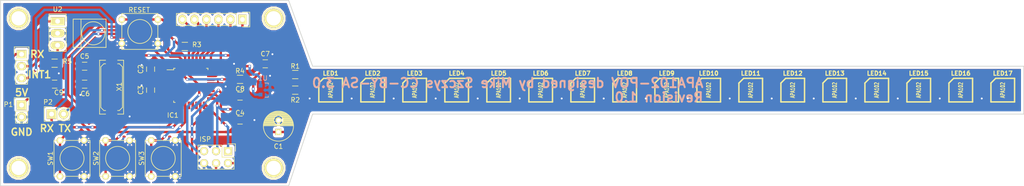
<source format=kicad_pcb>
(kicad_pcb (version 4) (host pcbnew 0.201509111501+6183~30~ubuntu14.04.1-product)
  (layers (0 F.Cu signal) (31 B.Cu signal) (34 B.Paste user) (35 F.Paste user) (36 B.SilkS user) (37 F.SilkS user) (38 B.Mask user) (39 F.Mask user) (44 Edge.Cuts user))
  (net 0 "")
  (net 1 GND)
  (net 2 +5V)
  (net 3 "Net-(C5-Pad2)")
  (net 4 "Net-(C6-Pad2)")
  (net 5 Hall_Effect)
  (net 6 MISO)
  (net 7 SCK)
  (net 8 MOSI)
  (net 9 RST)
  (net 10 "Net-(LED1-Pad1)")
  (net 11 "Net-(LED1-Pad2)")
  (net 12 "Net-(LED1-Pad5)")
  (net 13 "Net-(LED1-Pad6)")
  (net 14 "Net-(LED2-Pad5)")
  (net 15 "Net-(LED2-Pad6)")
  (net 16 "Net-(LED3-Pad5)")
  (net 17 "Net-(LED3-Pad6)")
  (net 18 "Net-(LED4-Pad5)")
  (net 19 "Net-(LED4-Pad6)")
  (net 20 "Net-(LED5-Pad5)")
  (net 21 "Net-(LED5-Pad6)")
  (net 22 "Net-(LED6-Pad5)")
  (net 23 "Net-(LED6-Pad6)")
  (net 24 "Net-(LED7-Pad5)")
  (net 25 "Net-(LED7-Pad6)")
  (net 26 CLOCK0)
  (net 27 DATA0)
  (net 28 "Net-(LED10-Pad2)")
  (net 29 "Net-(LED10-Pad1)")
  (net 30 "Net-(LED10-Pad5)")
  (net 31 "Net-(LED10-Pad6)")
  (net 32 "Net-(LED11-Pad5)")
  (net 33 "Net-(LED11-Pad6)")
  (net 34 "Net-(LED12-Pad5)")
  (net 35 "Net-(LED12-Pad6)")
  (net 36 "Net-(LED13-Pad5)")
  (net 37 "Net-(LED13-Pad6)")
  (net 38 "Net-(LED14-Pad5)")
  (net 39 "Net-(LED14-Pad6)")
  (net 40 "Net-(LED15-Pad5)")
  (net 41 "Net-(LED15-Pad6)")
  (net 42 "Net-(LED17-Pad5)")
  (net 43 "Net-(LED17-Pad6)")
  (net 44 RX)
  (net 45 TX)
  (net 46 "Net-(P3-Pad2)")
  (net 47 IR_INT)
  (net 48 "Net-(IC1-Pad23)")
  (net 49 "Net-(IC1-Pad24)")
  (net 50 "Net-(IC1-Pad25)")
  (net 51 "Net-(IC1-Pad26)")
  (net 52 "Net-(IC1-Pad27)")
  (net 53 "Net-(IC1-Pad28)")
  (net 54 "Net-(R5-Pad2)")
  (net 55 "Net-(IC1-Pad9)")
  (net 56 "Net-(IC1-Pad10)")
  (net 57 "Net-(IC1-Pad11)")
  (net 58 "Net-(IC1-Pad2)")
  (net 59 "Net-(IC1-Pad12)")
  (net 60 "Net-(IC1-Pad13)")
  (net 61 "Net-(IC1-Pad14)")
  (net 62 "Net-(IC1-Pad19)")
  (net 63 "Net-(IC1-Pad20)")
  (net 64 "Net-(IC1-Pad22)")
  (net 65 "Net-(LED16-Pad5)")
  (net 66 "Net-(LED16-Pad6)")
  (module Connect:1pin (layer F.Cu) (at 88.9 85.09)
    (fp_text reference REF** hide)
    (fp_text value 1pin)
    (pad 1 thru_hole circle (at 0 0) (size 4.064 4.064) (drill 3.048) (layers *.Cu *.Mask F.SilkS))
  )
  (module Connect:1pin (layer F.Cu) (at 88.9 116.84)
    (fp_text reference REF** hide)
    (fp_text value 1pin)
    (pad 1 thru_hole circle (at 0 0) (size 4.064 4.064) (drill 3.048) (layers *.Cu *.Mask F.SilkS))
  )
  (module Connect:1pin (layer F.Cu) (at 34.925 116.84)
    (fp_text reference REF** hide)
    (fp_text value 1pin)
    (pad 1 thru_hole circle (at 0 0) (size 4.064 4.064) (drill 3.048) (layers *.Cu *.Mask F.SilkS))
  )
  (module Capacitors_ThroughHole:C_Radial_D6.3_L11.2_P2.5 (layer F.Cu) (at 89.916 109.22 90)
    (fp_text reference C1 (at -3.048 0 180) (layer F.SilkS))
    (fp_text value "100uF 25v")
    (pad 2 thru_hole circle (at 2.5 0 90) (size 1.3 1.3) (drill 0.8) (layers *.Cu *.Mask F.SilkS) (net 1 GND))
    (pad 1 thru_hole rect (at 0 0 90) (size 1.3 1.3) (drill 0.8) (layers *.Cu *.Mask F.SilkS) (net 2 +5V))
  )
  (module Capacitors_SMD:C_0805 (layer F.Cu) (at 62.865 95.885 90)
    (fp_text reference C2 (at 0 -2.1 90) (layer F.SilkS))
    (fp_text value 100nF)
    (pad 1 smd rect (at -1 0 90) (size 1 1.25) (layers F.Cu F.Paste F.Mask) (net 2 +5V))
    (pad 2 smd rect (at 1 0 90) (size 1 1.25) (layers F.Cu F.Paste F.Mask) (net 1 GND))
  )
  (module Capacitors_SMD:C_0805 (layer F.Cu) (at 62.865 100.33 90)
    (fp_text reference C3 (at 0 -2.1 90) (layer F.SilkS))
    (fp_text value 100nF)
    (pad 1 smd rect (at -1 0 90) (size 1 1.25) (layers F.Cu F.Paste F.Mask) (net 2 +5V))
    (pad 2 smd rect (at 1 0 90) (size 1 1.25) (layers F.Cu F.Paste F.Mask) (net 1 GND))
  )
  (module Capacitors_SMD:C_0805 (layer F.Cu) (at 81.788 106.68)
    (fp_text reference C4 (at 0 -1.524) (layer F.SilkS))
    (fp_text value 100nF)
    (pad 1 smd rect (at -1 0) (size 1 1.25) (layers F.Cu F.Paste F.Mask) (net 2 +5V))
    (pad 2 smd rect (at 1 0) (size 1 1.25) (layers F.Cu F.Paste F.Mask) (net 1 GND))
  )
  (module Capacitors_SMD:C_0805 (layer F.Cu) (at 48.895 95.25)
    (fp_text reference C5 (at 0 -2.1) (layer F.SilkS))
    (fp_text value 22pF)
    (pad 1 smd rect (at -1 0) (size 1 1.25) (layers F.Cu F.Paste F.Mask) (net 1 GND))
    (pad 2 smd rect (at 1 0) (size 1 1.25) (layers F.Cu F.Paste F.Mask) (net 3 "Net-(C5-Pad2)"))
  )
  (module Capacitors_SMD:C_0805 (layer F.Cu) (at 48.895 99.06)
    (fp_text reference C6 (at 0.127 2.032) (layer F.SilkS))
    (fp_text value 22pF)
    (pad 1 smd rect (at -1 0) (size 1 1.25) (layers F.Cu F.Paste F.Mask) (net 1 GND))
    (pad 2 smd rect (at 1 0) (size 1 1.25) (layers F.Cu F.Paste F.Mask) (net 4 "Net-(C6-Pad2)"))
  )
  (module Capacitors_SMD:C_0805 (layer F.Cu) (at 87.122 94.742)
    (fp_text reference C7 (at 0 -2.1) (layer F.SilkS))
    (fp_text value 100nF)
    (pad 1 smd rect (at -1 0) (size 1 1.25) (layers F.Cu F.Paste F.Mask) (net 2 +5V))
    (pad 2 smd rect (at 1 0) (size 1 1.25) (layers F.Cu F.Paste F.Mask) (net 1 GND))
  )
  (module Capacitors_SMD:C_0805 (layer F.Cu) (at 42.545 99.06)
    (fp_text reference C9 (at 0.889 1.778) (layer F.SilkS))
    (fp_text value 100nF)
    (pad 1 smd rect (at -1 0) (size 1 1.25) (layers F.Cu F.Paste F.Mask) (net 2 +5V))
    (pad 2 smd rect (at 1 0) (size 1 1.25) (layers F.Cu F.Paste F.Mask) (net 1 GND))
  )
  (module Pin_Headers:Pin_Header_Straight_2x03 (layer F.Cu) (at 79.248 113.284 270)
    (fp_text reference ISP (at -2.54 4.826 540) (layer F.SilkS))
    (fp_text value AVR-ISP-6)
    (pad 1 thru_hole rect (at 0 0 270) (size 1.7272 1.7272) (drill 1.016) (layers *.Cu *.Mask F.SilkS) (net 6 MISO))
    (pad 2 thru_hole oval (at 2.54 0 270) (size 1.7272 1.7272) (drill 1.016) (layers *.Cu *.Mask F.SilkS) (net 2 +5V))
    (pad 3 thru_hole oval (at 0 2.54 270) (size 1.7272 1.7272) (drill 1.016) (layers *.Cu *.Mask F.SilkS) (net 7 SCK))
    (pad 4 thru_hole oval (at 2.54 2.54 270) (size 1.7272 1.7272) (drill 1.016) (layers *.Cu *.Mask F.SilkS) (net 8 MOSI))
    (pad 5 thru_hole oval (at 0 5.08 270) (size 1.7272 1.7272) (drill 1.016) (layers *.Cu *.Mask F.SilkS) (net 9 RST))
    (pad 6 thru_hole oval (at 2.54 5.08 270) (size 1.7272 1.7272) (drill 1.016) (layers *.Cu *.Mask F.SilkS) (net 1 GND))
  )
  (module APA102:APA102 (layer F.Cu) (at 100.965 100.33 180)
    (fp_text reference LED1 (at 0 3.556 180) (layer F.SilkS) (effects (font (size 0.889 0.889) (thickness 0.3048))))
    (fp_text value APA102 (at 0 0 270) (layer F.SilkS) (effects (font (size 0.889 0.6))))
    (pad 1 smd oval (at 2.4 1.7 180) (size 2 1.1) (layers F.Cu F.Paste F.Mask) (net 10 "Net-(LED1-Pad1)"))
    (pad 2 smd oval (at 2.4 0 180) (size 2 1.1) (layers F.Cu F.Paste F.Mask) (net 11 "Net-(LED1-Pad2)"))
    (pad 3 smd oval (at 2.4 -1.7 180) (size 2 1.1) (layers F.Cu F.Paste F.Mask) (net 1 GND))
    (pad 4 smd oval (at -2.4 -1.7) (size 2 1.1) (layers F.Cu F.Paste F.Mask) (net 2 +5V))
    (pad 5 smd oval (at -2.4 0) (size 2 1.1) (layers F.Cu F.Paste F.Mask) (net 12 "Net-(LED1-Pad5)"))
    (pad 6 smd oval (at -2.4 1.7) (size 2 1.1) (layers F.Cu F.Paste F.Mask) (net 13 "Net-(LED1-Pad6)"))
  )
  (module APA102:APA102 (layer F.Cu) (at 109.855 100.33 180)
    (fp_text reference LED2 (at 0 3.556 180) (layer F.SilkS) (effects (font (size 0.889 0.889) (thickness 0.3048))))
    (fp_text value APA102 (at 0 0 270) (layer F.SilkS) (effects (font (size 0.889 0.6))))
    (pad 1 smd oval (at 2.4 1.7 180) (size 2 1.1) (layers F.Cu F.Paste F.Mask) (net 13 "Net-(LED1-Pad6)"))
    (pad 2 smd oval (at 2.4 0 180) (size 2 1.1) (layers F.Cu F.Paste F.Mask) (net 12 "Net-(LED1-Pad5)"))
    (pad 3 smd oval (at 2.4 -1.7 180) (size 2 1.1) (layers F.Cu F.Paste F.Mask) (net 1 GND))
    (pad 4 smd oval (at -2.4 -1.7) (size 2 1.1) (layers F.Cu F.Paste F.Mask) (net 2 +5V))
    (pad 5 smd oval (at -2.4 0) (size 2 1.1) (layers F.Cu F.Paste F.Mask) (net 14 "Net-(LED2-Pad5)"))
    (pad 6 smd oval (at -2.4 1.7) (size 2 1.1) (layers F.Cu F.Paste F.Mask) (net 15 "Net-(LED2-Pad6)"))
  )
  (module APA102:APA102 (layer F.Cu) (at 118.745 100.33 180)
    (fp_text reference LED3 (at 0 3.556 180) (layer F.SilkS) (effects (font (size 0.889 0.889) (thickness 0.3048))))
    (fp_text value APA102 (at 0 0 270) (layer F.SilkS) (effects (font (size 0.889 0.6))))
    (pad 1 smd oval (at 2.4 1.7 180) (size 2 1.1) (layers F.Cu F.Paste F.Mask) (net 15 "Net-(LED2-Pad6)"))
    (pad 2 smd oval (at 2.4 0 180) (size 2 1.1) (layers F.Cu F.Paste F.Mask) (net 14 "Net-(LED2-Pad5)"))
    (pad 3 smd oval (at 2.4 -1.7 180) (size 2 1.1) (layers F.Cu F.Paste F.Mask) (net 1 GND))
    (pad 4 smd oval (at -2.4 -1.7) (size 2 1.1) (layers F.Cu F.Paste F.Mask) (net 2 +5V))
    (pad 5 smd oval (at -2.4 0) (size 2 1.1) (layers F.Cu F.Paste F.Mask) (net 16 "Net-(LED3-Pad5)"))
    (pad 6 smd oval (at -2.4 1.7) (size 2 1.1) (layers F.Cu F.Paste F.Mask) (net 17 "Net-(LED3-Pad6)"))
  )
  (module APA102:APA102 (layer F.Cu) (at 127.635 100.33 180)
    (fp_text reference LED4 (at 0 3.556 180) (layer F.SilkS) (effects (font (size 0.889 0.889) (thickness 0.3048))))
    (fp_text value APA102 (at 0 0 270) (layer F.SilkS) (effects (font (size 0.889 0.6))))
    (pad 1 smd oval (at 2.4 1.7 180) (size 2 1.1) (layers F.Cu F.Paste F.Mask) (net 17 "Net-(LED3-Pad6)"))
    (pad 2 smd oval (at 2.4 0 180) (size 2 1.1) (layers F.Cu F.Paste F.Mask) (net 16 "Net-(LED3-Pad5)"))
    (pad 3 smd oval (at 2.4 -1.7 180) (size 2 1.1) (layers F.Cu F.Paste F.Mask) (net 1 GND))
    (pad 4 smd oval (at -2.4 -1.7) (size 2 1.1) (layers F.Cu F.Paste F.Mask) (net 2 +5V))
    (pad 5 smd oval (at -2.4 0) (size 2 1.1) (layers F.Cu F.Paste F.Mask) (net 18 "Net-(LED4-Pad5)"))
    (pad 6 smd oval (at -2.4 1.7) (size 2 1.1) (layers F.Cu F.Paste F.Mask) (net 19 "Net-(LED4-Pad6)"))
  )
  (module APA102:APA102 (layer F.Cu) (at 136.525 100.33 180)
    (fp_text reference LED5 (at 0 3.556 180) (layer F.SilkS) (effects (font (size 0.889 0.889) (thickness 0.3048))))
    (fp_text value APA102 (at 0 0 270) (layer F.SilkS) (effects (font (size 0.889 0.6))))
    (pad 1 smd oval (at 2.4 1.7 180) (size 2 1.1) (layers F.Cu F.Paste F.Mask) (net 19 "Net-(LED4-Pad6)"))
    (pad 2 smd oval (at 2.4 0 180) (size 2 1.1) (layers F.Cu F.Paste F.Mask) (net 18 "Net-(LED4-Pad5)"))
    (pad 3 smd oval (at 2.4 -1.7 180) (size 2 1.1) (layers F.Cu F.Paste F.Mask) (net 1 GND))
    (pad 4 smd oval (at -2.4 -1.7) (size 2 1.1) (layers F.Cu F.Paste F.Mask) (net 2 +5V))
    (pad 5 smd oval (at -2.4 0) (size 2 1.1) (layers F.Cu F.Paste F.Mask) (net 20 "Net-(LED5-Pad5)"))
    (pad 6 smd oval (at -2.4 1.7) (size 2 1.1) (layers F.Cu F.Paste F.Mask) (net 21 "Net-(LED5-Pad6)"))
  )
  (module APA102:APA102 (layer F.Cu) (at 145.415 100.33 180)
    (fp_text reference LED6 (at 0 3.556 180) (layer F.SilkS) (effects (font (size 0.889 0.889) (thickness 0.3048))))
    (fp_text value APA102 (at 0 0 270) (layer F.SilkS) (effects (font (size 0.889 0.6))))
    (pad 1 smd oval (at 2.4 1.7 180) (size 2 1.1) (layers F.Cu F.Paste F.Mask) (net 21 "Net-(LED5-Pad6)"))
    (pad 2 smd oval (at 2.4 0 180) (size 2 1.1) (layers F.Cu F.Paste F.Mask) (net 20 "Net-(LED5-Pad5)"))
    (pad 3 smd oval (at 2.4 -1.7 180) (size 2 1.1) (layers F.Cu F.Paste F.Mask) (net 1 GND))
    (pad 4 smd oval (at -2.4 -1.7) (size 2 1.1) (layers F.Cu F.Paste F.Mask) (net 2 +5V))
    (pad 5 smd oval (at -2.4 0) (size 2 1.1) (layers F.Cu F.Paste F.Mask) (net 22 "Net-(LED6-Pad5)"))
    (pad 6 smd oval (at -2.4 1.7) (size 2 1.1) (layers F.Cu F.Paste F.Mask) (net 23 "Net-(LED6-Pad6)"))
  )
  (module APA102:APA102 (layer F.Cu) (at 154.305 100.33 180)
    (fp_text reference LED7 (at 0 3.556 180) (layer F.SilkS) (effects (font (size 0.889 0.889) (thickness 0.3048))))
    (fp_text value APA102 (at 0 0 270) (layer F.SilkS) (effects (font (size 0.889 0.6))))
    (pad 1 smd oval (at 2.4 1.7 180) (size 2 1.1) (layers F.Cu F.Paste F.Mask) (net 23 "Net-(LED6-Pad6)"))
    (pad 2 smd oval (at 2.4 0 180) (size 2 1.1) (layers F.Cu F.Paste F.Mask) (net 22 "Net-(LED6-Pad5)"))
    (pad 3 smd oval (at 2.4 -1.7 180) (size 2 1.1) (layers F.Cu F.Paste F.Mask) (net 1 GND))
    (pad 4 smd oval (at -2.4 -1.7) (size 2 1.1) (layers F.Cu F.Paste F.Mask) (net 2 +5V))
    (pad 5 smd oval (at -2.4 0) (size 2 1.1) (layers F.Cu F.Paste F.Mask) (net 24 "Net-(LED7-Pad5)"))
    (pad 6 smd oval (at -2.4 1.7) (size 2 1.1) (layers F.Cu F.Paste F.Mask) (net 25 "Net-(LED7-Pad6)"))
  )
  (module APA102:APA102 (layer F.Cu) (at 163.195 100.33 180)
    (fp_text reference LED8 (at 0 3.556 180) (layer F.SilkS) (effects (font (size 0.889 0.889) (thickness 0.3048))))
    (fp_text value APA102 (at 0 0 270) (layer F.SilkS) (effects (font (size 0.889 0.6))))
    (pad 1 smd oval (at 2.4 1.7 180) (size 2 1.1) (layers F.Cu F.Paste F.Mask) (net 25 "Net-(LED7-Pad6)"))
    (pad 2 smd oval (at 2.4 0 180) (size 2 1.1) (layers F.Cu F.Paste F.Mask) (net 24 "Net-(LED7-Pad5)"))
    (pad 3 smd oval (at 2.4 -1.7 180) (size 2 1.1) (layers F.Cu F.Paste F.Mask) (net 1 GND))
    (pad 4 smd oval (at -2.4 -1.7) (size 2 1.1) (layers F.Cu F.Paste F.Mask) (net 2 +5V))
    (pad 5 smd oval (at -2.4 0) (size 2 1.1) (layers F.Cu F.Paste F.Mask) (net 26 CLOCK0))
    (pad 6 smd oval (at -2.4 1.7) (size 2 1.1) (layers F.Cu F.Paste F.Mask) (net 27 DATA0))
  )
  (module APA102:APA102 (layer F.Cu) (at 172.085 100.33 180)
    (fp_text reference LED9 (at 0 3.556 180) (layer F.SilkS) (effects (font (size 0.889 0.889) (thickness 0.3048))))
    (fp_text value APA102 (at 0 0 270) (layer F.SilkS) (effects (font (size 0.889 0.6))))
    (pad 1 smd oval (at 2.4 1.7 180) (size 2 1.1) (layers F.Cu F.Paste F.Mask) (net 27 DATA0))
    (pad 2 smd oval (at 2.4 0 180) (size 2 1.1) (layers F.Cu F.Paste F.Mask) (net 26 CLOCK0))
    (pad 3 smd oval (at 2.4 -1.7 180) (size 2 1.1) (layers F.Cu F.Paste F.Mask) (net 1 GND))
    (pad 4 smd oval (at -2.4 -1.7) (size 2 1.1) (layers F.Cu F.Paste F.Mask) (net 2 +5V))
    (pad 5 smd oval (at -2.4 0) (size 2 1.1) (layers F.Cu F.Paste F.Mask) (net 28 "Net-(LED10-Pad2)"))
    (pad 6 smd oval (at -2.4 1.7) (size 2 1.1) (layers F.Cu F.Paste F.Mask) (net 29 "Net-(LED10-Pad1)"))
  )
  (module APA102:APA102 (layer F.Cu) (at 180.975 100.33 180)
    (fp_text reference LED10 (at 0 3.556 180) (layer F.SilkS) (effects (font (size 0.889 0.889) (thickness 0.3048))))
    (fp_text value APA102 (at 0 0 270) (layer F.SilkS) (effects (font (size 0.889 0.6))))
    (pad 1 smd oval (at 2.4 1.7 180) (size 2 1.1) (layers F.Cu F.Paste F.Mask) (net 29 "Net-(LED10-Pad1)"))
    (pad 2 smd oval (at 2.4 0 180) (size 2 1.1) (layers F.Cu F.Paste F.Mask) (net 28 "Net-(LED10-Pad2)"))
    (pad 3 smd oval (at 2.4 -1.7 180) (size 2 1.1) (layers F.Cu F.Paste F.Mask) (net 1 GND))
    (pad 4 smd oval (at -2.4 -1.7) (size 2 1.1) (layers F.Cu F.Paste F.Mask) (net 2 +5V))
    (pad 5 smd oval (at -2.4 0) (size 2 1.1) (layers F.Cu F.Paste F.Mask) (net 30 "Net-(LED10-Pad5)"))
    (pad 6 smd oval (at -2.4 1.7) (size 2 1.1) (layers F.Cu F.Paste F.Mask) (net 31 "Net-(LED10-Pad6)"))
  )
  (module APA102:APA102 (layer F.Cu) (at 189.865 100.33 180)
    (fp_text reference LED11 (at 0 3.556 180) (layer F.SilkS) (effects (font (size 0.889 0.889) (thickness 0.3048))))
    (fp_text value APA102 (at 0 0 270) (layer F.SilkS) (effects (font (size 0.889 0.6))))
    (pad 1 smd oval (at 2.4 1.7 180) (size 2 1.1) (layers F.Cu F.Paste F.Mask) (net 31 "Net-(LED10-Pad6)"))
    (pad 2 smd oval (at 2.4 0 180) (size 2 1.1) (layers F.Cu F.Paste F.Mask) (net 30 "Net-(LED10-Pad5)"))
    (pad 3 smd oval (at 2.4 -1.7 180) (size 2 1.1) (layers F.Cu F.Paste F.Mask) (net 1 GND))
    (pad 4 smd oval (at -2.4 -1.7) (size 2 1.1) (layers F.Cu F.Paste F.Mask) (net 2 +5V))
    (pad 5 smd oval (at -2.4 0) (size 2 1.1) (layers F.Cu F.Paste F.Mask) (net 32 "Net-(LED11-Pad5)"))
    (pad 6 smd oval (at -2.4 1.7) (size 2 1.1) (layers F.Cu F.Paste F.Mask) (net 33 "Net-(LED11-Pad6)"))
  )
  (module APA102:APA102 (layer F.Cu) (at 198.755 100.33 180)
    (fp_text reference LED12 (at 0 3.556 180) (layer F.SilkS) (effects (font (size 0.889 0.889) (thickness 0.3048))))
    (fp_text value APA102 (at 0 0 270) (layer F.SilkS) (effects (font (size 0.889 0.6))))
    (pad 1 smd oval (at 2.4 1.7 180) (size 2 1.1) (layers F.Cu F.Paste F.Mask) (net 33 "Net-(LED11-Pad6)"))
    (pad 2 smd oval (at 2.4 0 180) (size 2 1.1) (layers F.Cu F.Paste F.Mask) (net 32 "Net-(LED11-Pad5)"))
    (pad 3 smd oval (at 2.4 -1.7 180) (size 2 1.1) (layers F.Cu F.Paste F.Mask) (net 1 GND))
    (pad 4 smd oval (at -2.4 -1.7) (size 2 1.1) (layers F.Cu F.Paste F.Mask) (net 2 +5V))
    (pad 5 smd oval (at -2.4 0) (size 2 1.1) (layers F.Cu F.Paste F.Mask) (net 34 "Net-(LED12-Pad5)"))
    (pad 6 smd oval (at -2.4 1.7) (size 2 1.1) (layers F.Cu F.Paste F.Mask) (net 35 "Net-(LED12-Pad6)"))
  )
  (module APA102:APA102 (layer F.Cu) (at 207.645 100.33 180)
    (fp_text reference LED13 (at 0 3.556 180) (layer F.SilkS) (effects (font (size 0.889 0.889) (thickness 0.3048))))
    (fp_text value APA102 (at 0 0 270) (layer F.SilkS) (effects (font (size 0.889 0.6))))
    (pad 1 smd oval (at 2.4 1.7 180) (size 2 1.1) (layers F.Cu F.Paste F.Mask) (net 35 "Net-(LED12-Pad6)"))
    (pad 2 smd oval (at 2.4 0 180) (size 2 1.1) (layers F.Cu F.Paste F.Mask) (net 34 "Net-(LED12-Pad5)"))
    (pad 3 smd oval (at 2.4 -1.7 180) (size 2 1.1) (layers F.Cu F.Paste F.Mask) (net 1 GND))
    (pad 4 smd oval (at -2.4 -1.7) (size 2 1.1) (layers F.Cu F.Paste F.Mask) (net 2 +5V))
    (pad 5 smd oval (at -2.4 0) (size 2 1.1) (layers F.Cu F.Paste F.Mask) (net 36 "Net-(LED13-Pad5)"))
    (pad 6 smd oval (at -2.4 1.7) (size 2 1.1) (layers F.Cu F.Paste F.Mask) (net 37 "Net-(LED13-Pad6)"))
  )
  (module APA102:APA102 (layer F.Cu) (at 216.535 100.33 180)
    (fp_text reference LED14 (at 0 3.556 180) (layer F.SilkS) (effects (font (size 0.889 0.889) (thickness 0.3048))))
    (fp_text value APA102 (at 0 0 270) (layer F.SilkS) (effects (font (size 0.889 0.6))))
    (pad 1 smd oval (at 2.4 1.7 180) (size 2 1.1) (layers F.Cu F.Paste F.Mask) (net 37 "Net-(LED13-Pad6)"))
    (pad 2 smd oval (at 2.4 0 180) (size 2 1.1) (layers F.Cu F.Paste F.Mask) (net 36 "Net-(LED13-Pad5)"))
    (pad 3 smd oval (at 2.4 -1.7 180) (size 2 1.1) (layers F.Cu F.Paste F.Mask) (net 1 GND))
    (pad 4 smd oval (at -2.4 -1.7) (size 2 1.1) (layers F.Cu F.Paste F.Mask) (net 2 +5V))
    (pad 5 smd oval (at -2.4 0) (size 2 1.1) (layers F.Cu F.Paste F.Mask) (net 38 "Net-(LED14-Pad5)"))
    (pad 6 smd oval (at -2.4 1.7) (size 2 1.1) (layers F.Cu F.Paste F.Mask) (net 39 "Net-(LED14-Pad6)"))
  )
  (module APA102:APA102 (layer F.Cu) (at 225.425 100.33 180)
    (fp_text reference LED15 (at 0 3.556 180) (layer F.SilkS) (effects (font (size 0.889 0.889) (thickness 0.3048))))
    (fp_text value APA102 (at 0 0 270) (layer F.SilkS) (effects (font (size 0.889 0.6))))
    (pad 1 smd oval (at 2.4 1.7 180) (size 2 1.1) (layers F.Cu F.Paste F.Mask) (net 39 "Net-(LED14-Pad6)"))
    (pad 2 smd oval (at 2.4 0 180) (size 2 1.1) (layers F.Cu F.Paste F.Mask) (net 38 "Net-(LED14-Pad5)"))
    (pad 3 smd oval (at 2.4 -1.7 180) (size 2 1.1) (layers F.Cu F.Paste F.Mask) (net 1 GND))
    (pad 4 smd oval (at -2.4 -1.7) (size 2 1.1) (layers F.Cu F.Paste F.Mask) (net 2 +5V))
    (pad 5 smd oval (at -2.4 0) (size 2 1.1) (layers F.Cu F.Paste F.Mask) (net 40 "Net-(LED15-Pad5)"))
    (pad 6 smd oval (at -2.4 1.7) (size 2 1.1) (layers F.Cu F.Paste F.Mask) (net 41 "Net-(LED15-Pad6)"))
  )
  (module APA102:APA102 (layer F.Cu) (at 234.315 100.33 180)
    (fp_text reference LED16 (at 0 3.556 180) (layer F.SilkS) (effects (font (size 0.889 0.889) (thickness 0.3048))))
    (fp_text value APA102 (at 0 0 270) (layer F.SilkS) (effects (font (size 0.889 0.6))))
    (pad 1 smd oval (at 2.4 1.7 180) (size 2 1.1) (layers F.Cu F.Paste F.Mask) (net 41 "Net-(LED15-Pad6)"))
    (pad 2 smd oval (at 2.4 0 180) (size 2 1.1) (layers F.Cu F.Paste F.Mask) (net 40 "Net-(LED15-Pad5)"))
    (pad 3 smd oval (at 2.4 -1.7 180) (size 2 1.1) (layers F.Cu F.Paste F.Mask) (net 1 GND))
    (pad 4 smd oval (at -2.4 -1.7) (size 2 1.1) (layers F.Cu F.Paste F.Mask) (net 2 +5V))
    (pad 5 smd oval (at -2.4 0) (size 2 1.1) (layers F.Cu F.Paste F.Mask) (net 65 "Net-(LED16-Pad5)"))
    (pad 6 smd oval (at -2.4 1.7) (size 2 1.1) (layers F.Cu F.Paste F.Mask) (net 66 "Net-(LED16-Pad6)"))
  )
  (module APA102:APA102 (layer F.Cu) (at 243.205 100.33 180)
    (fp_text reference LED17 (at 0 3.556 180) (layer F.SilkS) (effects (font (size 0.889 0.889) (thickness 0.3048))))
    (fp_text value APA102 (at 0 0 270) (layer F.SilkS) (effects (font (size 0.889 0.6))))
    (pad 1 smd oval (at 2.4 1.7 180) (size 2 1.1) (layers F.Cu F.Paste F.Mask) (net 66 "Net-(LED16-Pad6)"))
    (pad 2 smd oval (at 2.4 0 180) (size 2 1.1) (layers F.Cu F.Paste F.Mask) (net 65 "Net-(LED16-Pad5)"))
    (pad 3 smd oval (at 2.4 -1.7 180) (size 2 1.1) (layers F.Cu F.Paste F.Mask) (net 1 GND))
    (pad 4 smd oval (at -2.4 -1.7) (size 2 1.1) (layers F.Cu F.Paste F.Mask) (net 2 +5V))
    (pad 5 smd oval (at -2.4 0) (size 2 1.1) (layers F.Cu F.Paste F.Mask) (net 42 "Net-(LED17-Pad5)"))
    (pad 6 smd oval (at -2.4 1.7) (size 2 1.1) (layers F.Cu F.Paste F.Mask) (net 43 "Net-(LED17-Pad6)"))
  )
  (module Pin_Headers:Pin_Header_Straight_1x02 (layer F.Cu) (at 35.56 103.505)
    (fp_text reference P1 (at -2.794 -0.127) (layer F.SilkS))
    (fp_text value PWR)
    (pad 1 thru_hole rect (at 0 0) (size 2.032 2.032) (drill 1.016) (layers *.Cu *.Mask F.SilkS) (net 2 +5V))
    (pad 2 thru_hole oval (at 0 2.54) (size 2.032 2.032) (drill 1.016) (layers *.Cu *.Mask F.SilkS) (net 1 GND))
  )
  (module Pin_Headers:Pin_Header_Straight_1x02 (layer F.Cu) (at 41.91 105.41 90)
    (fp_text reference P2 (at 2.54 -0.762 180) (layer F.SilkS))
    (fp_text value USART)
    (pad 1 thru_hole rect (at 0 0 90) (size 2.032 2.032) (drill 1.016) (layers *.Cu *.Mask F.SilkS) (net 44 RX))
    (pad 2 thru_hole oval (at 0 2.54 90) (size 2.032 2.032) (drill 1.016) (layers *.Cu *.Mask F.SilkS) (net 45 TX))
  )
  (module Pin_Headers:Pin_Header_Straight_1x03 (layer F.Cu) (at 35.56 92.71)
    (fp_text reference P3 hide)
    (fp_text value IR_PIN_SEL)
    (pad 1 thru_hole rect (at 0 0) (size 2.032 1.7272) (drill 1.016) (layers *.Cu *.Mask F.SilkS) (net 44 RX))
    (pad 2 thru_hole oval (at 0 2.54) (size 2.032 1.7272) (drill 1.016) (layers *.Cu *.Mask F.SilkS) (net 46 "Net-(P3-Pad2)"))
    (pad 3 thru_hole oval (at 0 5.08) (size 2.032 1.7272) (drill 1.016) (layers *.Cu *.Mask F.SilkS) (net 47 IR_INT))
  )
  (module Pin_Headers:Pin_Header_Straight_1x06 (layer F.Cu) (at 82.296 85.344 270)
    (fp_text reference P4 hide)
    (fp_text value CONN_01X06)
    (pad 1 thru_hole rect (at 0 0 270) (size 2.032 1.7272) (drill 1.016) (layers *.Cu *.Mask F.SilkS) (net 48 "Net-(IC1-Pad23)"))
    (pad 2 thru_hole oval (at 0 2.54 270) (size 2.032 1.7272) (drill 1.016) (layers *.Cu *.Mask F.SilkS) (net 49 "Net-(IC1-Pad24)"))
    (pad 3 thru_hole oval (at 0 5.08 270) (size 2.032 1.7272) (drill 1.016) (layers *.Cu *.Mask F.SilkS) (net 50 "Net-(IC1-Pad25)"))
    (pad 4 thru_hole oval (at 0 7.62 270) (size 2.032 1.7272) (drill 1.016) (layers *.Cu *.Mask F.SilkS) (net 51 "Net-(IC1-Pad26)"))
    (pad 5 thru_hole oval (at 0 10.16 270) (size 2.032 1.7272) (drill 1.016) (layers *.Cu *.Mask F.SilkS) (net 52 "Net-(IC1-Pad27)"))
    (pad 6 thru_hole oval (at 0 12.7 270) (size 2.032 1.7272) (drill 1.016) (layers *.Cu *.Mask F.SilkS) (net 53 "Net-(IC1-Pad28)"))
  )
  (module Resistors_SMD:R_0805 (layer F.Cu) (at 93.472 97.028 180)
    (fp_text reference R1 (at 0 1.778 180) (layer F.SilkS))
    (fp_text value 330)
    (pad 1 smd rect (at -0.95 0 180) (size 0.7 1.3) (layers F.Cu F.Paste F.Mask) (net 10 "Net-(LED1-Pad1)"))
    (pad 2 smd rect (at 0.95 0 180) (size 0.7 1.3) (layers F.Cu F.Paste F.Mask) (net 8 MOSI))
  )
  (module Resistors_SMD:R_0805 (layer F.Cu) (at 93.472 100.33 180)
    (fp_text reference R2 (at 0 -2.1 180) (layer F.SilkS))
    (fp_text value 330)
    (pad 1 smd rect (at -0.95 0 180) (size 0.7 1.3) (layers F.Cu F.Paste F.Mask) (net 11 "Net-(LED1-Pad2)"))
    (pad 2 smd rect (at 0.95 0 180) (size 0.7 1.3) (layers F.Cu F.Paste F.Mask) (net 7 SCK))
  )
  (module Resistors_SMD:R_0805 (layer F.Cu) (at 70.104 91.059)
    (fp_text reference R3 (at 2.54 -0.381) (layer F.SilkS))
    (fp_text value 10k)
    (pad 1 smd rect (at -0.95 0) (size 0.7 1.3) (layers F.Cu F.Paste F.Mask) (net 2 +5V))
    (pad 2 smd rect (at 0.95 0) (size 0.7 1.3) (layers F.Cu F.Paste F.Mask) (net 9 RST))
  )
  (module Resistors_SMD:R_0805 (layer F.Cu) (at 81.788 98.044 180)
    (fp_text reference R4 (at 0 1.778 180) (layer F.SilkS))
    (fp_text value 10k)
    (pad 1 smd rect (at -0.95 0 180) (size 0.7 1.3) (layers F.Cu F.Paste F.Mask) (net 2 +5V))
    (pad 2 smd rect (at 0.95 0 180) (size 0.7 1.3) (layers F.Cu F.Paste F.Mask) (net 5 Hall_Effect))
  )
  (module Resistors_SMD:R_0805 (layer F.Cu) (at 42.545 94.615)
    (fp_text reference R5 (at 2.667 -0.381) (layer F.SilkS))
    (fp_text value 100)
    (pad 1 smd rect (at -0.95 0) (size 0.7 1.3) (layers F.Cu F.Paste F.Mask) (net 2 +5V))
    (pad 2 smd rect (at 0.95 0) (size 0.7 1.3) (layers F.Cu F.Paste F.Mask) (net 54 "Net-(R5-Pad2)"))
  )
  (module Buttons_Switches_ThroughHole:SW_PUSH_SMALL (layer F.Cu) (at 46.228 114.808 90)
    (fp_text reference SW1 (at 0 -4.572 90) (layer F.SilkS))
    (fp_text value BUT1)
    (pad 1 thru_hole circle (at 3.81 -2.54 90) (size 1.397 1.397) (drill 0.8128) (layers *.Cu *.Mask F.SilkS) (net 55 "Net-(IC1-Pad9)"))
    (pad 2 thru_hole circle (at 3.81 2.54 90) (size 1.397 1.397) (drill 0.8128) (layers *.Cu *.Mask F.SilkS) (net 1 GND))
    (pad 1 thru_hole circle (at -3.81 -2.54 90) (size 1.397 1.397) (drill 0.8128) (layers *.Cu *.Mask F.SilkS) (net 55 "Net-(IC1-Pad9)"))
    (pad 2 thru_hole circle (at -3.81 2.54 90) (size 1.397 1.397) (drill 0.8128) (layers *.Cu *.Mask F.SilkS) (net 1 GND))
  )
  (module Buttons_Switches_ThroughHole:SW_PUSH_SMALL (layer F.Cu) (at 55.88 114.808 90)
    (fp_text reference SW2 (at 0 -4.572 90) (layer F.SilkS))
    (fp_text value BUT2)
    (pad 1 thru_hole circle (at 3.81 -2.54 90) (size 1.397 1.397) (drill 0.8128) (layers *.Cu *.Mask F.SilkS) (net 56 "Net-(IC1-Pad10)"))
    (pad 2 thru_hole circle (at 3.81 2.54 90) (size 1.397 1.397) (drill 0.8128) (layers *.Cu *.Mask F.SilkS) (net 1 GND))
    (pad 1 thru_hole circle (at -3.81 -2.54 90) (size 1.397 1.397) (drill 0.8128) (layers *.Cu *.Mask F.SilkS) (net 56 "Net-(IC1-Pad10)"))
    (pad 2 thru_hole circle (at -3.81 2.54 90) (size 1.397 1.397) (drill 0.8128) (layers *.Cu *.Mask F.SilkS) (net 1 GND))
  )
  (module Buttons_Switches_ThroughHole:SW_PUSH_SMALL (layer F.Cu) (at 65.532 114.808 90)
    (fp_text reference SW3 (at 0 -4.572 90) (layer F.SilkS))
    (fp_text value BUT3)
    (pad 1 thru_hole circle (at 3.81 -2.54 90) (size 1.397 1.397) (drill 0.8128) (layers *.Cu *.Mask F.SilkS) (net 57 "Net-(IC1-Pad11)"))
    (pad 2 thru_hole circle (at 3.81 2.54 90) (size 1.397 1.397) (drill 0.8128) (layers *.Cu *.Mask F.SilkS) (net 1 GND))
    (pad 1 thru_hole circle (at -3.81 -2.54 90) (size 1.397 1.397) (drill 0.8128) (layers *.Cu *.Mask F.SilkS) (net 57 "Net-(IC1-Pad11)"))
    (pad 2 thru_hole circle (at -3.81 2.54 90) (size 1.397 1.397) (drill 0.8128) (layers *.Cu *.Mask F.SilkS) (net 1 GND))
  )
  (module Buttons_Switches_ThroughHole:SW_PUSH_SMALL (layer F.Cu) (at 60.579 87.884 180)
    (fp_text reference RESET (at 0.127 4.572 180) (layer F.SilkS))
    (fp_text value RESET)
    (pad 1 thru_hole circle (at 3.81 -2.54 180) (size 1.397 1.397) (drill 0.8128) (layers *.Cu *.Mask F.SilkS) (net 1 GND))
    (pad 2 thru_hole circle (at 3.81 2.54 180) (size 1.397 1.397) (drill 0.8128) (layers *.Cu *.Mask F.SilkS) (net 9 RST))
    (pad 1 thru_hole circle (at -3.81 -2.54 180) (size 1.397 1.397) (drill 0.8128) (layers *.Cu *.Mask F.SilkS) (net 1 GND))
    (pad 2 thru_hole circle (at -3.81 2.54 180) (size 1.397 1.397) (drill 0.8128) (layers *.Cu *.Mask F.SilkS) (net 9 RST))
  )
  (module TO_SOT_Packages_SMD:SOT-23 (layer B.Cu) (at 87.122 100.33 90)
    (fp_text reference U1 (at 2.54 -0.508 360) (layer B.SilkS) (effects (justify mirror)))
    (fp_text value US5881)
    (pad 1 smd rect (at -0.95 -1.00076 90) (size 0.8001 0.8001) (layers B.Cu B.Paste B.Mask) (net 2 +5V))
    (pad 2 smd rect (at 0.95 -1.00076 90) (size 0.8001 0.8001) (layers B.Cu B.Paste B.Mask) (net 5 Hall_Effect))
    (pad 3 smd rect (at 0 0.99822 90) (size 0.8001 0.8001) (layers B.Cu B.Paste B.Mask) (net 1 GND))
  )
  (module Crystals_Oscillators_SMD:Q_49U3HMS (layer F.Cu) (at 54.61 99.695 270)
    (fp_text reference X1 (at -0.1 -1.6 270) (layer F.SilkS))
    (fp_text value 20MHz)
    (pad 1 smd rect (at -4.699 0 270) (size 5.4991 1.99898) (layers F.Cu F.Paste F.Mask) (net 3 "Net-(C5-Pad2)"))
    (pad 2 smd rect (at 4.699 0 270) (size 5.4991 1.99898) (layers F.Cu F.Paste F.Mask) (net 4 "Net-(C6-Pad2)"))
  )
  (module Housings_QFP:TQFP-32_7x7mm_Pitch0.8mm (layer F.Cu) (at 71.374 99.314)
    (fp_text reference IC1 (at -3.81 6.35) (layer F.SilkS))
    (fp_text value ATMEGA328-A)
    (pad 1 smd rect (at -4.25 -2.8) (size 1.6 0.55) (layers F.Cu F.Paste F.Mask) (net 47 IR_INT))
    (pad 2 smd rect (at -4.25 -2) (size 1.6 0.55) (layers F.Cu F.Paste F.Mask) (net 58 "Net-(IC1-Pad2)"))
    (pad 3 smd rect (at -4.25 -1.2) (size 1.6 0.55) (layers F.Cu F.Paste F.Mask) (net 1 GND))
    (pad 4 smd rect (at -4.25 -0.4) (size 1.6 0.55) (layers F.Cu F.Paste F.Mask) (net 2 +5V))
    (pad 5 smd rect (at -4.25 0.4) (size 1.6 0.55) (layers F.Cu F.Paste F.Mask) (net 1 GND))
    (pad 6 smd rect (at -4.25 1.2) (size 1.6 0.55) (layers F.Cu F.Paste F.Mask) (net 2 +5V))
    (pad 7 smd rect (at -4.25 2) (size 1.6 0.55) (layers F.Cu F.Paste F.Mask) (net 3 "Net-(C5-Pad2)"))
    (pad 8 smd rect (at -4.25 2.8) (size 1.6 0.55) (layers F.Cu F.Paste F.Mask) (net 4 "Net-(C6-Pad2)"))
    (pad 9 smd rect (at -2.8 4.25 90) (size 1.6 0.55) (layers F.Cu F.Paste F.Mask) (net 55 "Net-(IC1-Pad9)"))
    (pad 10 smd rect (at -2 4.25 90) (size 1.6 0.55) (layers F.Cu F.Paste F.Mask) (net 56 "Net-(IC1-Pad10)"))
    (pad 11 smd rect (at -1.2 4.25 90) (size 1.6 0.55) (layers F.Cu F.Paste F.Mask) (net 57 "Net-(IC1-Pad11)"))
    (pad 12 smd rect (at -0.4 4.25 90) (size 1.6 0.55) (layers F.Cu F.Paste F.Mask) (net 59 "Net-(IC1-Pad12)"))
    (pad 13 smd rect (at 0.4 4.25 90) (size 1.6 0.55) (layers F.Cu F.Paste F.Mask) (net 60 "Net-(IC1-Pad13)"))
    (pad 14 smd rect (at 1.2 4.25 90) (size 1.6 0.55) (layers F.Cu F.Paste F.Mask) (net 61 "Net-(IC1-Pad14)"))
    (pad 15 smd rect (at 2 4.25 90) (size 1.6 0.55) (layers F.Cu F.Paste F.Mask) (net 8 MOSI))
    (pad 16 smd rect (at 2.8 4.25 90) (size 1.6 0.55) (layers F.Cu F.Paste F.Mask) (net 6 MISO))
    (pad 17 smd rect (at 4.25 2.8) (size 1.6 0.55) (layers F.Cu F.Paste F.Mask) (net 7 SCK))
    (pad 18 smd rect (at 4.25 2) (size 1.6 0.55) (layers F.Cu F.Paste F.Mask) (net 2 +5V))
    (pad 19 smd rect (at 4.25 1.2) (size 1.6 0.55) (layers F.Cu F.Paste F.Mask) (net 62 "Net-(IC1-Pad19)"))
    (pad 20 smd rect (at 4.25 0.4) (size 1.6 0.55) (layers F.Cu F.Paste F.Mask) (net 63 "Net-(IC1-Pad20)"))
    (pad 21 smd rect (at 4.25 -0.4) (size 1.6 0.55) (layers F.Cu F.Paste F.Mask) (net 1 GND))
    (pad 22 smd rect (at 4.25 -1.2) (size 1.6 0.55) (layers F.Cu F.Paste F.Mask) (net 64 "Net-(IC1-Pad22)"))
    (pad 23 smd rect (at 4.25 -2) (size 1.6 0.55) (layers F.Cu F.Paste F.Mask) (net 48 "Net-(IC1-Pad23)"))
    (pad 24 smd rect (at 4.25 -2.8) (size 1.6 0.55) (layers F.Cu F.Paste F.Mask) (net 49 "Net-(IC1-Pad24)"))
    (pad 25 smd rect (at 2.8 -4.25 90) (size 1.6 0.55) (layers F.Cu F.Paste F.Mask) (net 50 "Net-(IC1-Pad25)"))
    (pad 26 smd rect (at 2 -4.25 90) (size 1.6 0.55) (layers F.Cu F.Paste F.Mask) (net 51 "Net-(IC1-Pad26)"))
    (pad 27 smd rect (at 1.2 -4.25 90) (size 1.6 0.55) (layers F.Cu F.Paste F.Mask) (net 52 "Net-(IC1-Pad27)"))
    (pad 28 smd rect (at 0.4 -4.25 90) (size 1.6 0.55) (layers F.Cu F.Paste F.Mask) (net 53 "Net-(IC1-Pad28)"))
    (pad 29 smd rect (at -0.4 -4.25 90) (size 1.6 0.55) (layers F.Cu F.Paste F.Mask) (net 9 RST))
    (pad 30 smd rect (at -1.2 -4.25 90) (size 1.6 0.55) (layers F.Cu F.Paste F.Mask) (net 44 RX))
    (pad 31 smd rect (at -2 -4.25 90) (size 1.6 0.55) (layers F.Cu F.Paste F.Mask) (net 45 TX))
    (pad 32 smd rect (at -2.8 -4.25 90) (size 1.6 0.55) (layers F.Cu F.Paste F.Mask) (net 5 Hall_Effect))
  )
  (module Capacitors_SMD:C_0805 (layer F.Cu) (at 81.788 101.6)
    (fp_text reference C8 (at 0 -1.524) (layer F.SilkS))
    (fp_text value 4.7nF)
    (pad 1 smd rect (at -1 0) (size 1 1.25) (layers F.Cu F.Paste F.Mask) (net 5 Hall_Effect))
    (pad 2 smd rect (at 1 0) (size 1 1.25) (layers F.Cu F.Paste F.Mask) (net 1 GND))
  )
  (module APA102:TSOP4838 (layer F.Cu) (at 43.18 85.725)
    (fp_text reference U2 (at 0 -2.54) (layer F.SilkS))
    (fp_text value TSOP4838)
    (pad 1 thru_hole rect (at 0 0) (size 3 1.7272) (drill 1.016) (layers *.Cu *.Mask F.SilkS) (net 46 "Net-(P3-Pad2)"))
    (pad 2 thru_hole oval (at 0 2.54) (size 3 1.7272) (drill 1.016) (layers *.Cu *.Mask F.SilkS) (net 1 GND))
    (pad 3 thru_hole oval (at 0 5.08) (size 3 1.7272) (drill 1.016) (layers *.Cu *.Mask F.SilkS) (net 54 "Net-(R5-Pad2)"))
  )
  (module Connect:1pin (layer F.Cu) (at 34.925 85.09)
    (fp_text reference REF** hide)
    (fp_text value 1pin)
    (pad 1 thru_hole circle (at 0 0) (size 4.064 4.064) (drill 3.048) (layers *.Cu *.Mask F.SilkS))
  )
  (gr_text "Revision 1.0" (at 170.434 101.854) (layer B.SilkS) (effects (font (size 2 2) (thickness 0.4)) (justify mirror)))
  (gr_text "APA102-POV designed by Mike Szczys CC-BY-SA 3.0" (at 138.43 98.806) (layer B.SilkS) (effects (font (size 2 2) (thickness 0.4)) (justify mirror)))
  (gr_text INT1 (at 39.37 97.028) (layer F.SilkS) (effects (font (size 1.5 1.5) (thickness 0.3))))
  (gr_text RX (at 38.862 92.71) (layer F.SilkS) (effects (font (size 1.5 1.5) (thickness 0.3))))
  (gr_text 5V (at 35.56 100.838) (layer F.SilkS) (effects (font (size 1.5 1.5) (thickness 0.3))))
  (gr_text GND (at 35.56 109.22) (layer F.SilkS) (effects (font (size 1.5 1.5) (thickness 0.3))))
  (gr_text TX (at 44.704 108.458) (layer F.SilkS) (effects (font (size 1.5 1.5) (thickness 0.3))))
  (gr_text RX (at 40.894 108.458) (layer F.SilkS) (effects (font (size 1.5 1.5) (thickness 0.3))))
  (gr_line (start 97.155 105.41) (end 92.075 120.65) (angle 90) (layer Edge.Cuts) (width 0.15))
  (gr_line (start 97.155 95.25) (end 92.075 81.28) (angle 90) (layer Edge.Cuts) (width 0.15))
  (gr_line (start 247.65 105.41) (end 97.155 105.41) (angle 90) (layer Edge.Cuts) (width 0.15))
  (gr_line (start 247.65 95.25) (end 247.65 105.41) (angle 90) (layer Edge.Cuts) (width 0.15))
  (gr_line (start 97.155 95.25) (end 247.65 95.25) (angle 90) (layer Edge.Cuts) (width 0.15))
  (gr_line (start 31.115 120.65) (end 31.115 81.29) (angle 90) (layer Edge.Cuts) (width 0.15))
  (gr_line (start 92.075 120.65) (end 31.115 120.65) (angle 90) (layer Edge.Cuts) (width 0.15))
  (gr_line (start 31.115 81.28) (end 92.075 81.28) (angle 90) (layer Edge.Cuts) (width 0.15))
  (segment (start 89.916 104.14) (end 89.916 106.72) (width 0.5) (layer B.Cu) (net 1))
  (segment (start 89.916 106.72) (end 89.916 105.664) (width 0.5) (layer B.Cu) (net 1))
  (segment (start 91.4 104.18) (end 93.472 102.108) (width 0.5) (layer B.Cu) (net 1))
  (segment (start 93.472 102.108) (end 96.52 102.108) (width 0.5) (layer B.Cu) (net 1))
  (segment (start 89.916 105.664) (end 91.4 104.18) (width 0.5) (layer B.Cu) (net 1))
  (segment (start 85.852 106.68) (end 89.876 106.68) (width 0.5) (layer B.Cu) (net 1))
  (segment (start 89.876 106.68) (end 89.916 106.72) (width 0.5) (layer B.Cu) (net 1))
  (segment (start 88.12022 100.33) (end 88.12022 97.29978) (width 0.5) (layer B.Cu) (net 1))
  (via (at 88.138 97.282) (size 0.6) (drill 0.4) (layers F.Cu B.Cu) (net 1))
  (segment (start 88.12022 97.29978) (end 88.138 97.282) (width 0.5) (layer B.Cu) (net 1))
  (segment (start 88.138 97.282) (end 88.122 97.282) (width 0.5) (layer F.Cu) (net 1))
  (segment (start 88.122 97.282) (end 88.138 97.282) (width 0.5) (layer F.Cu) (net 1))
  (segment (start 88.138 97.282) (end 88.122 97.282) (width 0.5) (layer F.Cu) (net 1))
  (segment (start 88.138 96.52) (end 88.122 96.52) (width 0.5) (layer F.Cu) (net 1))
  (segment (start 88.122 96.52) (end 88.138 96.52) (width 0.5) (layer F.Cu) (net 1))
  (segment (start 88.138 96.52) (end 88.122 96.52) (width 0.5) (layer F.Cu) (net 1))
  (segment (start 48.768 110.998) (end 50.038 110.998) (width 0.5) (layer B.Cu) (net 1))
  (via (at 58.42 105.918) (size 0.6) (drill 0.4) (layers F.Cu B.Cu) (net 1))
  (segment (start 56.134 108.204) (end 58.42 105.918) (width 0.5) (layer B.Cu) (net 1))
  (segment (start 52.832 108.204) (end 56.134 108.204) (width 0.5) (layer B.Cu) (net 1))
  (segment (start 50.038 110.998) (end 52.832 108.204) (width 0.5) (layer B.Cu) (net 1))
  (segment (start 86.614 90.678) (end 84.582 90.678) (width 0.5) (layer B.Cu) (net 1))
  (via (at 80.518 94.742) (size 0.6) (drill 0.4) (layers F.Cu B.Cu) (net 1))
  (segment (start 84.582 90.678) (end 80.518 94.742) (width 0.5) (layer B.Cu) (net 1))
  (segment (start 56.769 90.424) (end 51.054 90.424) (width 0.5) (layer B.Cu) (net 1))
  (segment (start 48.006 93.472) (end 48.006 101.346) (width 0.5) (layer B.Cu) (net 1))
  (segment (start 51.054 90.424) (end 48.006 93.472) (width 0.5) (layer B.Cu) (net 1))
  (segment (start 48.768 113.538) (end 45.212 109.982) (width 0.5) (layer B.Cu) (net 1))
  (segment (start 45.212 109.982) (end 45.212 108.204) (width 0.5) (layer B.Cu) (net 1))
  (segment (start 58.42 113.538) (end 56.642 115.316) (width 0.5) (layer B.Cu) (net 1))
  (segment (start 50.546 115.316) (end 48.768 113.538) (width 0.5) (layer B.Cu) (net 1))
  (segment (start 56.642 115.316) (end 50.546 115.316) (width 0.5) (layer B.Cu) (net 1))
  (segment (start 68.072 118.618) (end 68.072 116.586) (width 0.5) (layer B.Cu) (net 1))
  (segment (start 60.198 115.316) (end 58.42 113.538) (width 0.5) (layer B.Cu) (net 1))
  (segment (start 66.802 115.316) (end 60.198 115.316) (width 0.5) (layer B.Cu) (net 1))
  (segment (start 68.072 116.586) (end 66.802 115.316) (width 0.5) (layer B.Cu) (net 1))
  (segment (start 38.608 104.14) (end 38.608 106.68) (width 0.5) (layer B.Cu) (net 1))
  (segment (start 38.608 106.68) (end 40.132 108.204) (width 0.5) (layer B.Cu) (net 1))
  (segment (start 40.132 108.204) (end 45.212 108.204) (width 0.5) (layer B.Cu) (net 1))
  (segment (start 47.895 101.235) (end 47.895 99.06) (width 0.5) (layer F.Cu) (net 1))
  (segment (start 48.006 101.346) (end 47.895 101.235) (width 0.5) (layer F.Cu) (net 1))
  (via (at 48.006 101.346) (size 0.6) (drill 0.4) (layers F.Cu B.Cu) (net 1))
  (segment (start 45.212 108.204) (end 48.006 105.41) (width 0.5) (layer B.Cu) (net 1))
  (segment (start 48.006 105.41) (end 48.006 101.346) (width 0.5) (layer B.Cu) (net 1))
  (segment (start 88.646 92.71) (end 86.614 90.678) (width 0.5) (layer B.Cu) (net 1))
  (segment (start 86.614 90.678) (end 84.074 88.138) (width 0.5) (layer B.Cu) (net 1))
  (segment (start 66.675 88.138) (end 64.389 90.424) (width 0.5) (layer B.Cu) (net 1))
  (segment (start 84.074 88.138) (end 66.675 88.138) (width 0.5) (layer B.Cu) (net 1))
  (segment (start 74.168 115.824) (end 72.644 115.824) (width 0.5) (layer B.Cu) (net 1))
  (segment (start 69.85 118.618) (end 68.072 118.618) (width 0.5) (layer B.Cu) (net 1))
  (segment (start 72.644 115.824) (end 69.85 118.618) (width 0.5) (layer B.Cu) (net 1))
  (segment (start 68.072 118.618) (end 68.072 110.998) (width 0.5) (layer B.Cu) (net 1))
  (segment (start 58.42 118.618) (end 58.42 113.538) (width 0.5) (layer B.Cu) (net 1))
  (segment (start 58.42 113.538) (end 58.42 110.998) (width 0.5) (layer B.Cu) (net 1))
  (segment (start 48.768 118.618) (end 48.768 113.538) (width 0.5) (layer B.Cu) (net 1))
  (segment (start 48.768 113.538) (end 48.768 110.998) (width 0.5) (layer B.Cu) (net 1))
  (segment (start 75.624 98.914) (end 78.086 98.914) (width 0.5) (layer F.Cu) (net 1))
  (segment (start 78.086 98.914) (end 78.74 99.568) (width 0.5) (layer F.Cu) (net 1))
  (segment (start 84.836 106.68) (end 83.566 106.68) (width 0.5) (layer B.Cu) (net 1))
  (via (at 78.74 99.568) (size 0.6) (drill 0.4) (layers F.Cu B.Cu) (net 1))
  (segment (start 78.74 101.854) (end 78.74 99.568) (width 0.5) (layer B.Cu) (net 1))
  (segment (start 83.566 106.68) (end 78.74 101.854) (width 0.5) (layer B.Cu) (net 1))
  (segment (start 47.895 95.25) (end 47.895 99.06) (width 0.5) (layer F.Cu) (net 1))
  (segment (start 60.96 94.996) (end 60.96 99.314) (width 0.5) (layer B.Cu) (net 1))
  (segment (start 60.976 99.33) (end 62.865 99.33) (width 0.5) (layer F.Cu) (net 1))
  (segment (start 60.96 99.314) (end 60.976 99.33) (width 0.5) (layer F.Cu) (net 1))
  (via (at 60.96 99.314) (size 0.6) (drill 0.4) (layers F.Cu B.Cu) (net 1))
  (segment (start 59.69 90.424) (end 64.389 90.424) (width 0.5) (layer B.Cu) (net 1))
  (segment (start 62.865 94.885) (end 61.071 94.885) (width 0.5) (layer F.Cu) (net 1))
  (segment (start 59.69 90.424) (end 56.769 90.424) (width 0.5) (layer B.Cu) (net 1))
  (segment (start 60.96 91.694) (end 59.69 90.424) (width 0.5) (layer B.Cu) (net 1))
  (segment (start 60.96 94.996) (end 60.96 91.694) (width 0.5) (layer B.Cu) (net 1))
  (via (at 60.96 94.996) (size 0.6) (drill 0.4) (layers F.Cu B.Cu) (net 1))
  (segment (start 61.071 94.885) (end 60.96 94.996) (width 0.5) (layer F.Cu) (net 1))
  (segment (start 85.852 106.68) (end 85.852 115.062) (width 0.5) (layer B.Cu) (net 1))
  (segment (start 76.2 117.856) (end 74.168 115.824) (width 0.5) (layer B.Cu) (net 1))
  (segment (start 83.058 117.856) (end 76.2 117.856) (width 0.5) (layer B.Cu) (net 1))
  (segment (start 85.852 115.062) (end 83.058 117.856) (width 0.5) (layer B.Cu) (net 1))
  (segment (start 84.836 106.68) (end 82.788 106.68) (width 0.5) (layer F.Cu) (net 1))
  (via (at 84.836 106.68) (size 0.6) (drill 0.4) (layers F.Cu B.Cu) (net 1))
  (segment (start 85.852 106.68) (end 84.836 106.68) (width 0.5) (layer B.Cu) (net 1))
  (segment (start 229.87 102.108) (end 238.76 102.108) (width 0.5) (layer B.Cu) (net 1))
  (segment (start 238.838 102.03) (end 240.805 102.03) (width 0.5) (layer F.Cu) (net 1))
  (segment (start 238.76 102.108) (end 238.838 102.03) (width 0.5) (layer F.Cu) (net 1))
  (via (at 238.76 102.108) (size 0.6) (drill 0.4) (layers F.Cu B.Cu) (net 1))
  (segment (start 231.915 102.03) (end 229.948 102.03) (width 0.5) (layer F.Cu) (net 1))
  (segment (start 229.87 102.108) (end 220.98 102.108) (width 0.5) (layer B.Cu) (net 1))
  (via (at 229.87 102.108) (size 0.6) (drill 0.4) (layers F.Cu B.Cu) (net 1))
  (segment (start 229.948 102.03) (end 229.87 102.108) (width 0.5) (layer F.Cu) (net 1))
  (segment (start 212.09 102.108) (end 220.98 102.108) (width 0.5) (layer B.Cu) (net 1))
  (segment (start 221.058 102.03) (end 223.025 102.03) (width 0.5) (layer F.Cu) (net 1))
  (segment (start 220.98 102.108) (end 221.058 102.03) (width 0.5) (layer F.Cu) (net 1))
  (via (at 220.98 102.108) (size 0.6) (drill 0.4) (layers F.Cu B.Cu) (net 1))
  (segment (start 214.135 102.03) (end 212.168 102.03) (width 0.5) (layer F.Cu) (net 1))
  (segment (start 212.09 102.108) (end 203.2 102.108) (width 0.5) (layer B.Cu) (net 1))
  (via (at 212.09 102.108) (size 0.6) (drill 0.4) (layers F.Cu B.Cu) (net 1))
  (segment (start 212.168 102.03) (end 212.09 102.108) (width 0.5) (layer F.Cu) (net 1))
  (segment (start 194.31 102.108) (end 203.2 102.108) (width 0.5) (layer B.Cu) (net 1))
  (segment (start 203.278 102.03) (end 205.245 102.03) (width 0.5) (layer F.Cu) (net 1))
  (segment (start 203.2 102.108) (end 203.278 102.03) (width 0.5) (layer F.Cu) (net 1))
  (via (at 203.2 102.108) (size 0.6) (drill 0.4) (layers F.Cu B.Cu) (net 1))
  (segment (start 196.355 102.03) (end 194.388 102.03) (width 0.5) (layer F.Cu) (net 1))
  (segment (start 194.31 102.108) (end 185.42 102.108) (width 0.5) (layer B.Cu) (net 1))
  (via (at 194.31 102.108) (size 0.6) (drill 0.4) (layers F.Cu B.Cu) (net 1))
  (segment (start 194.388 102.03) (end 194.31 102.108) (width 0.5) (layer F.Cu) (net 1))
  (segment (start 176.53 102.108) (end 185.42 102.108) (width 0.5) (layer B.Cu) (net 1))
  (segment (start 185.498 102.03) (end 187.465 102.03) (width 0.5) (layer F.Cu) (net 1))
  (segment (start 185.42 102.108) (end 185.498 102.03) (width 0.5) (layer F.Cu) (net 1))
  (via (at 185.42 102.108) (size 0.6) (drill 0.4) (layers F.Cu B.Cu) (net 1))
  (segment (start 178.575 102.03) (end 176.608 102.03) (width 0.5) (layer F.Cu) (net 1))
  (segment (start 176.53 102.108) (end 167.64 102.108) (width 0.5) (layer B.Cu) (net 1))
  (via (at 176.53 102.108) (size 0.6) (drill 0.4) (layers F.Cu B.Cu) (net 1))
  (segment (start 176.608 102.03) (end 176.53 102.108) (width 0.5) (layer F.Cu) (net 1))
  (segment (start 158.75 102.108) (end 167.64 102.108) (width 0.5) (layer B.Cu) (net 1))
  (segment (start 167.718 102.03) (end 169.685 102.03) (width 0.5) (layer F.Cu) (net 1))
  (segment (start 167.64 102.108) (end 167.718 102.03) (width 0.5) (layer F.Cu) (net 1))
  (via (at 167.64 102.108) (size 0.6) (drill 0.4) (layers F.Cu B.Cu) (net 1))
  (segment (start 160.795 102.03) (end 158.828 102.03) (width 0.5) (layer F.Cu) (net 1))
  (segment (start 158.75 102.108) (end 149.86 102.108) (width 0.5) (layer B.Cu) (net 1))
  (via (at 158.75 102.108) (size 0.6) (drill 0.4) (layers F.Cu B.Cu) (net 1))
  (segment (start 158.828 102.03) (end 158.75 102.108) (width 0.5) (layer F.Cu) (net 1))
  (segment (start 140.97 102.108) (end 149.86 102.108) (width 0.5) (layer B.Cu) (net 1))
  (segment (start 149.938 102.03) (end 151.905 102.03) (width 0.5) (layer F.Cu) (net 1))
  (segment (start 149.86 102.108) (end 149.938 102.03) (width 0.5) (layer F.Cu) (net 1))
  (via (at 149.86 102.108) (size 0.6) (drill 0.4) (layers F.Cu B.Cu) (net 1))
  (segment (start 143.015 102.03) (end 141.048 102.03) (width 0.5) (layer F.Cu) (net 1))
  (segment (start 140.97 102.108) (end 132.08 102.108) (width 0.5) (layer B.Cu) (net 1))
  (via (at 140.97 102.108) (size 0.6) (drill 0.4) (layers F.Cu B.Cu) (net 1))
  (segment (start 141.048 102.03) (end 140.97 102.108) (width 0.5) (layer F.Cu) (net 1))
  (segment (start 123.19 102.108) (end 132.08 102.108) (width 0.5) (layer B.Cu) (net 1))
  (segment (start 132.158 102.03) (end 134.125 102.03) (width 0.5) (layer F.Cu) (net 1))
  (segment (start 132.08 102.108) (end 132.158 102.03) (width 0.5) (layer F.Cu) (net 1))
  (via (at 132.08 102.108) (size 0.6) (drill 0.4) (layers F.Cu B.Cu) (net 1))
  (segment (start 125.235 102.03) (end 123.268 102.03) (width 0.5) (layer F.Cu) (net 1))
  (segment (start 123.19 102.108) (end 114.3 102.108) (width 0.5) (layer B.Cu) (net 1))
  (via (at 123.19 102.108) (size 0.6) (drill 0.4) (layers F.Cu B.Cu) (net 1))
  (segment (start 123.268 102.03) (end 123.19 102.108) (width 0.5) (layer F.Cu) (net 1))
  (segment (start 105.41 102.108) (end 114.3 102.108) (width 0.5) (layer B.Cu) (net 1))
  (segment (start 114.378 102.03) (end 116.345 102.03) (width 0.5) (layer F.Cu) (net 1))
  (segment (start 114.3 102.108) (end 114.378 102.03) (width 0.5) (layer F.Cu) (net 1))
  (via (at 114.3 102.108) (size 0.6) (drill 0.4) (layers F.Cu B.Cu) (net 1))
  (segment (start 107.455 102.03) (end 105.488 102.03) (width 0.5) (layer F.Cu) (net 1))
  (segment (start 105.41 102.108) (end 96.52 102.108) (width 0.5) (layer B.Cu) (net 1))
  (via (at 105.41 102.108) (size 0.6) (drill 0.4) (layers F.Cu B.Cu) (net 1))
  (segment (start 105.488 102.03) (end 105.41 102.108) (width 0.5) (layer F.Cu) (net 1))
  (segment (start 96.598 102.03) (end 98.565 102.03) (width 0.5) (layer F.Cu) (net 1))
  (segment (start 96.52 102.108) (end 96.598 102.03) (width 0.5) (layer F.Cu) (net 1))
  (via (at 96.52 102.108) (size 0.6) (drill 0.4) (layers F.Cu B.Cu) (net 1))
  (segment (start 88.122 94.742) (end 88.122 93.234) (width 0.5) (layer F.Cu) (net 1))
  (segment (start 89.916 93.98) (end 89.916 104.14) (width 0.5) (layer B.Cu) (net 1))
  (segment (start 89.916 104.14) (end 89.916 104.18) (width 0.5) (layer B.Cu) (net 1))
  (segment (start 88.646 92.71) (end 89.916 93.98) (width 0.5) (layer B.Cu) (net 1))
  (via (at 88.646 92.71) (size 0.6) (drill 0.4) (layers F.Cu B.Cu) (net 1))
  (segment (start 88.122 93.234) (end 88.646 92.71) (width 0.5) (layer F.Cu) (net 1))
  (segment (start 88.12022 99.06) (end 88.12022 100.09378) (width 0.5) (layer F.Cu) (net 1))
  (segment (start 86.614 101.6) (end 82.788 101.6) (width 0.5) (layer F.Cu) (net 1))
  (segment (start 88.12022 100.09378) (end 86.614 101.6) (width 0.5) (layer F.Cu) (net 1))
  (segment (start 88.122 94.742) (end 88.122 96.52) (width 0.5) (layer F.Cu) (net 1))
  (segment (start 88.122 96.52) (end 88.122 97.282) (width 0.5) (layer F.Cu) (net 1))
  (segment (start 88.122 97.282) (end 88.122 99.05822) (width 0.5) (layer F.Cu) (net 1))
  (segment (start 88.122 99.05822) (end 88.12022 99.06) (width 0.5) (layer F.Cu) (net 1))
  (segment (start 43.18 88.265) (end 41.529 88.265) (width 0.5) (layer B.Cu) (net 1))
  (segment (start 43.434 94.996) (end 43.434 96.774) (width 0.5) (layer B.Cu) (net 1))
  (segment (start 40.894 92.456) (end 43.434 94.996) (width 0.5) (layer B.Cu) (net 1))
  (segment (start 40.894 88.9) (end 40.894 92.456) (width 0.5) (layer B.Cu) (net 1))
  (segment (start 41.529 88.265) (end 40.894 88.9) (width 0.5) (layer B.Cu) (net 1))
  (segment (start 43.545 99.06) (end 43.545 96.885) (width 0.5) (layer F.Cu) (net 1))
  (segment (start 36.957 106.045) (end 35.56 106.045) (width 0.5) (layer B.Cu) (net 1))
  (segment (start 38.608 104.394) (end 36.957 106.045) (width 0.5) (layer B.Cu) (net 1))
  (segment (start 38.608 98.298) (end 38.608 104.14) (width 0.5) (layer B.Cu) (net 1))
  (segment (start 38.608 104.14) (end 38.608 104.394) (width 0.5) (layer B.Cu) (net 1))
  (segment (start 40.132 96.774) (end 38.608 98.298) (width 0.5) (layer B.Cu) (net 1))
  (segment (start 43.434 96.774) (end 40.132 96.774) (width 0.5) (layer B.Cu) (net 1))
  (via (at 43.434 96.774) (size 0.6) (drill 0.4) (layers F.Cu B.Cu) (net 1))
  (segment (start 43.545 96.885) (end 43.434 96.774) (width 0.5) (layer F.Cu) (net 1))
  (segment (start 67.124 98.114) (end 66.11 98.114) (width 0.5) (layer F.Cu) (net 1))
  (segment (start 63.897 94.885) (end 62.865 94.885) (width 0.5) (layer F.Cu) (net 1))
  (segment (start 64.516 95.504) (end 63.897 94.885) (width 0.5) (layer F.Cu) (net 1))
  (segment (start 64.516 96.52) (end 64.516 95.504) (width 0.5) (layer F.Cu) (net 1))
  (segment (start 66.11 98.114) (end 64.516 96.52) (width 0.5) (layer F.Cu) (net 1))
  (segment (start 67.124 99.714) (end 64.154 99.714) (width 0.5) (layer F.Cu) (net 1))
  (segment (start 64.154 99.714) (end 63.77 99.33) (width 0.5) (layer F.Cu) (net 1))
  (segment (start 63.77 99.33) (end 62.865 99.33) (width 0.5) (layer F.Cu) (net 1))
  (segment (start 75.624 101.314) (end 76.649952 101.314) (width 0.5) (layer F.Cu) (net 2))
  (segment (start 77.737024 104.407024) (end 77.737024 102.401072) (width 0.5) (layer F.Cu) (net 2))
  (segment (start 78.105 104.775) (end 80.01 106.68) (width 0.5) (layer F.Cu) (net 2))
  (segment (start 80.01 106.68) (end 80.788 106.68) (width 0.5) (layer F.Cu) (net 2))
  (segment (start 78.105 104.775) (end 77.737024 104.407024) (width 0.5) (layer F.Cu) (net 2))
  (segment (start 76.649952 101.314) (end 77.737024 102.401072) (width 0.5) (layer F.Cu) (net 2))
  (segment (start 89.916 109.22) (end 91.186 109.22) (width 0.5) (layer F.Cu) (net 2))
  (segment (start 94.6475 104.1075) (end 105.4425 104.1075) (width 0.5) (layer F.Cu) (net 2))
  (segment (start 93.726 105.029) (end 94.6475 104.1075) (width 0.5) (layer F.Cu) (net 2))
  (segment (start 93.726 106.68) (end 93.726 105.029) (width 0.5) (layer F.Cu) (net 2))
  (segment (start 91.186 109.22) (end 93.726 106.68) (width 0.5) (layer F.Cu) (net 2))
  (segment (start 81.28 109.22) (end 89.916 109.22) (width 0.5) (layer F.Cu) (net 2))
  (segment (start 86.12124 101.28) (end 85.024 101.28) (width 0.5) (layer B.Cu) (net 2))
  (segment (start 84.582 100.838) (end 84.582 100.076) (width 0.5) (layer B.Cu) (net 2))
  (segment (start 85.024 101.28) (end 84.582 100.838) (width 0.5) (layer B.Cu) (net 2))
  (segment (start 84.582 98.044) (end 84.582 100.076) (width 0.5) (layer F.Cu) (net 2))
  (segment (start 84.582 100.076) (end 84.648 100.01) (width 0.5) (layer B.Cu) (net 2))
  (via (at 84.582 100.076) (size 0.6) (drill 0.4) (layers F.Cu B.Cu) (net 2))
  (segment (start 86.122 94.742) (end 86.122 96.504) (width 0.5) (layer F.Cu) (net 2))
  (segment (start 84.582 98.044) (end 82.738 98.044) (width 0.5) (layer F.Cu) (net 2))
  (segment (start 86.122 96.504) (end 84.582 98.044) (width 0.5) (layer F.Cu) (net 2))
  (segment (start 66.04 92.964) (end 78.74 92.964) (width 0.5) (layer B.Cu) (net 2))
  (segment (start 84.344 92.964) (end 86.122 94.742) (width 0.5) (layer F.Cu) (net 2))
  (segment (start 78.74 92.964) (end 84.344 92.964) (width 0.5) (layer F.Cu) (net 2))
  (via (at 78.74 92.964) (size 0.6) (drill 0.4) (layers F.Cu B.Cu) (net 2))
  (segment (start 62.865 96.885) (end 60.563 96.885) (width 0.5) (layer F.Cu) (net 2))
  (segment (start 60.563 96.885) (end 59.436 95.758) (width 0.5) (layer F.Cu) (net 2))
  (segment (start 62.865 101.33) (end 61.452 101.33) (width 0.5) (layer F.Cu) (net 2))
  (segment (start 61.452 101.33) (end 59.436 99.314) (width 0.5) (layer F.Cu) (net 2))
  (segment (start 59.436 99.314) (end 59.436 95.758) (width 0.5) (layer F.Cu) (net 2))
  (via (at 67.818 89.662) (size 0.6) (drill 0.4) (layers F.Cu B.Cu) (net 2))
  (segment (start 59.436 95.758) (end 59.436 94.488) (width 0.5) (layer F.Cu) (net 2))
  (segment (start 59.436 94.488) (end 60.96 92.964) (width 0.5) (layer F.Cu) (net 2))
  (segment (start 60.96 92.964) (end 62.484 92.964) (width 0.5) (layer F.Cu) (net 2))
  (via (at 62.484 92.964) (size 0.6) (drill 0.4) (layers F.Cu B.Cu) (net 2))
  (segment (start 62.484 92.964) (end 66.04 92.964) (width 0.5) (layer B.Cu) (net 2))
  (segment (start 66.04 92.964) (end 67.818 91.186) (width 0.5) (layer B.Cu) (net 2))
  (segment (start 67.818 91.186) (end 67.818 89.662) (width 0.5) (layer B.Cu) (net 2))
  (segment (start 67.818 89.662) (end 67.7875 89.6925) (width 0.5) (layer F.Cu) (net 2))
  (segment (start 67.7875 89.6925) (end 67.818 89.662) (width 0.5) (layer F.Cu) (net 2))
  (segment (start 67.818 89.662) (end 67.818 89.723) (width 0.5) (layer F.Cu) (net 2))
  (segment (start 50.8 88.138) (end 52.07 86.868) (width 0.5) (layer F.Cu) (net 2))
  (segment (start 64.963 86.868) (end 67.818 89.723) (width 0.5) (layer F.Cu) (net 2))
  (segment (start 67.818 89.723) (end 69.154 91.059) (width 0.5) (layer F.Cu) (net 2))
  (segment (start 52.07 86.868) (end 64.963 86.868) (width 0.5) (layer F.Cu) (net 2))
  (segment (start 45.4025 93.5355) (end 45.4025 101.2825) (width 0.5) (layer F.Cu) (net 2))
  (segment (start 50.8 88.138) (end 45.4025 93.5355) (width 0.5) (layer F.Cu) (net 2))
  (segment (start 62.865 96.885) (end 63.357 96.885) (width 0.5) (layer F.Cu) (net 2))
  (segment (start 63.357 96.885) (end 65.386 98.914) (width 0.5) (layer F.Cu) (net 2))
  (segment (start 65.386 98.914) (end 67.124 98.914) (width 0.5) (layer F.Cu) (net 2))
  (segment (start 62.865 101.33) (end 63.77 101.33) (width 0.5) (layer F.Cu) (net 2))
  (segment (start 64.586 100.514) (end 67.124 100.514) (width 0.5) (layer F.Cu) (net 2))
  (segment (start 63.77 101.33) (end 64.586 100.514) (width 0.5) (layer F.Cu) (net 2))
  (segment (start 82.55 114.935) (end 82.55 110.49) (width 0.5) (layer F.Cu) (net 2))
  (segment (start 81.661 115.824) (end 82.55 114.935) (width 0.5) (layer F.Cu) (net 2))
  (segment (start 79.248 115.824) (end 81.661 115.824) (width 0.5) (layer F.Cu) (net 2))
  (segment (start 82.55 110.49) (end 81.28 109.22) (width 0.5) (layer F.Cu) (net 2))
  (segment (start 78.74 109.22) (end 79.375 109.22) (width 0.5) (layer F.Cu) (net 2))
  (segment (start 80.788 107.807) (end 80.788 106.68) (width 0.5) (layer F.Cu) (net 2))
  (segment (start 79.375 109.22) (end 80.788 107.807) (width 0.5) (layer F.Cu) (net 2))
  (segment (start 37.7825 101.2825) (end 45.4025 101.2825) (width 0.5) (layer F.Cu) (net 2))
  (segment (start 50.165 109.22) (end 60.96 109.22) (width 0.5) (layer F.Cu) (net 2))
  (segment (start 47.625 106.68) (end 50.165 109.22) (width 0.5) (layer F.Cu) (net 2))
  (segment (start 47.625 103.505) (end 47.625 106.68) (width 0.5) (layer F.Cu) (net 2))
  (segment (start 45.4025 101.2825) (end 47.625 103.505) (width 0.5) (layer F.Cu) (net 2))
  (segment (start 60.96 109.22) (end 78.74 109.22) (width 0.5) (layer F.Cu) (net 2))
  (segment (start 78.74 109.22) (end 81.28 109.22) (width 0.5) (layer F.Cu) (net 2))
  (segment (start 41.545 99.06) (end 41.545 94.665) (width 0.5) (layer F.Cu) (net 2))
  (segment (start 41.545 94.665) (end 41.595 94.615) (width 0.5) (layer F.Cu) (net 2))
  (segment (start 35.56 103.505) (end 37.7825 101.2825) (width 0.5) (layer F.Cu) (net 2))
  (segment (start 37.7825 101.2825) (end 40.005 99.06) (width 0.5) (layer F.Cu) (net 2))
  (segment (start 40.005 99.06) (end 41.545 99.06) (width 0.5) (layer F.Cu) (net 2))
  (segment (start 236.715 102.03) (end 236.715 102.095) (width 0.5) (layer F.Cu) (net 2))
  (segment (start 236.715 102.095) (end 238.76 104.14) (width 0.5) (layer F.Cu) (net 2))
  (segment (start 227.825 102.03) (end 227.825 102.095) (width 0.5) (layer F.Cu) (net 2))
  (segment (start 227.825 102.095) (end 229.87 104.14) (width 0.5) (layer F.Cu) (net 2))
  (segment (start 218.935 102.03) (end 218.935 102.095) (width 0.5) (layer F.Cu) (net 2))
  (segment (start 218.935 102.095) (end 220.98 104.14) (width 0.5) (layer F.Cu) (net 2))
  (segment (start 210.045 102.03) (end 210.045 102.095) (width 0.5) (layer F.Cu) (net 2))
  (segment (start 210.045 102.095) (end 212.09 104.14) (width 0.5) (layer F.Cu) (net 2))
  (segment (start 201.155 102.03) (end 201.155 102.095) (width 0.5) (layer F.Cu) (net 2))
  (segment (start 201.155 102.095) (end 203.2 104.14) (width 0.5) (layer F.Cu) (net 2))
  (segment (start 192.265 102.03) (end 192.265 102.095) (width 0.5) (layer F.Cu) (net 2))
  (segment (start 192.265 102.095) (end 194.31 104.14) (width 0.5) (layer F.Cu) (net 2))
  (segment (start 183.375 102.03) (end 183.375 102.095) (width 0.5) (layer F.Cu) (net 2))
  (segment (start 183.375 102.095) (end 185.42 104.14) (width 0.5) (layer F.Cu) (net 2))
  (segment (start 174.485 102.03) (end 174.485 102.095) (width 0.5) (layer F.Cu) (net 2))
  (segment (start 174.485 102.095) (end 176.53 104.14) (width 0.5) (layer F.Cu) (net 2))
  (segment (start 165.595 102.03) (end 165.595 102.095) (width 0.5) (layer F.Cu) (net 2))
  (segment (start 165.595 102.095) (end 167.64 104.14) (width 0.5) (layer F.Cu) (net 2))
  (segment (start 156.705 102.03) (end 156.705 102.095) (width 0.5) (layer F.Cu) (net 2))
  (segment (start 156.705 102.095) (end 158.75 104.14) (width 0.5) (layer F.Cu) (net 2))
  (segment (start 147.815 102.03) (end 147.815 102.095) (width 0.5) (layer F.Cu) (net 2))
  (segment (start 147.815 102.095) (end 149.86 104.14) (width 0.5) (layer F.Cu) (net 2))
  (segment (start 138.925 102.03) (end 138.925 102.095) (width 0.5) (layer F.Cu) (net 2))
  (segment (start 138.925 102.095) (end 140.97 104.14) (width 0.5) (layer F.Cu) (net 2))
  (segment (start 130.035 102.03) (end 130.035 102.095) (width 0.5) (layer F.Cu) (net 2))
  (segment (start 130.035 102.095) (end 132.08 104.14) (width 0.5) (layer F.Cu) (net 2))
  (segment (start 121.145 102.03) (end 121.145 102.095) (width 0.5) (layer F.Cu) (net 2))
  (segment (start 121.145 102.095) (end 123.19 104.14) (width 0.5) (layer F.Cu) (net 2))
  (segment (start 112.255 102.03) (end 112.255 102.095) (width 0.5) (layer F.Cu) (net 2))
  (segment (start 112.255 102.095) (end 114.3 104.14) (width 0.5) (layer F.Cu) (net 2))
  (segment (start 245.605 102.03) (end 245.605 103.01) (width 0.5) (layer F.Cu) (net 2))
  (segment (start 105.475 104.14) (end 105.4425 104.1075) (width 0.5) (layer F.Cu) (net 2))
  (segment (start 114.3 104.14) (end 105.475 104.14) (width 0.5) (layer F.Cu) (net 2))
  (segment (start 105.4425 104.1075) (end 103.365 102.03) (width 0.5) (layer F.Cu) (net 2))
  (segment (start 244.475 104.14) (end 238.76 104.14) (width 0.5) (layer F.Cu) (net 2))
  (segment (start 238.76 104.14) (end 229.87 104.14) (width 0.5) (layer F.Cu) (net 2))
  (segment (start 229.87 104.14) (end 220.98 104.14) (width 0.5) (layer F.Cu) (net 2))
  (segment (start 220.98 104.14) (end 212.09 104.14) (width 0.5) (layer F.Cu) (net 2))
  (segment (start 212.09 104.14) (end 203.2 104.14) (width 0.5) (layer F.Cu) (net 2))
  (segment (start 203.2 104.14) (end 194.31 104.14) (width 0.5) (layer F.Cu) (net 2))
  (segment (start 194.31 104.14) (end 185.42 104.14) (width 0.5) (layer F.Cu) (net 2))
  (segment (start 185.42 104.14) (end 176.53 104.14) (width 0.5) (layer F.Cu) (net 2))
  (segment (start 176.53 104.14) (end 167.64 104.14) (width 0.5) (layer F.Cu) (net 2))
  (segment (start 167.64 104.14) (end 158.75 104.14) (width 0.5) (layer F.Cu) (net 2))
  (segment (start 158.75 104.14) (end 149.86 104.14) (width 0.5) (layer F.Cu) (net 2))
  (segment (start 149.86 104.14) (end 140.97 104.14) (width 0.5) (layer F.Cu) (net 2))
  (segment (start 140.97 104.14) (end 132.08 104.14) (width 0.5) (layer F.Cu) (net 2))
  (segment (start 132.08 104.14) (end 123.19 104.14) (width 0.5) (layer F.Cu) (net 2))
  (segment (start 123.19 104.14) (end 114.3 104.14) (width 0.5) (layer F.Cu) (net 2))
  (segment (start 245.605 103.01) (end 244.475 104.14) (width 0.5) (layer F.Cu) (net 2))
  (segment (start 49.895 95.25) (end 54.356 95.25) (width 0.5) (layer F.Cu) (net 3))
  (segment (start 54.356 95.25) (end 54.61 94.996) (width 0.5) (layer F.Cu) (net 3))
  (segment (start 67.124 101.314) (end 65.056 101.314) (width 0.5) (layer F.Cu) (net 3))
  (segment (start 57.912 98.298) (end 54.61 94.996) (width 0.5) (layer F.Cu) (net 3))
  (segment (start 57.912 99.568) (end 57.912 98.298) (width 0.5) (layer F.Cu) (net 3))
  (segment (start 60.96 102.616) (end 57.912 99.568) (width 0.5) (layer F.Cu) (net 3))
  (segment (start 63.754 102.616) (end 60.96 102.616) (width 0.5) (layer F.Cu) (net 3))
  (segment (start 65.056 101.314) (end 63.754 102.616) (width 0.5) (layer F.Cu) (net 3))
  (segment (start 54.61 104.394) (end 52.07 104.394) (width 0.5) (layer F.Cu) (net 4))
  (segment (start 49.895 102.219) (end 49.895 99.06) (width 0.5) (layer F.Cu) (net 4))
  (segment (start 52.07 104.394) (end 49.895 102.219) (width 0.5) (layer F.Cu) (net 4))
  (segment (start 67.124 102.114) (end 65.78 102.114) (width 0.5) (layer F.Cu) (net 4))
  (segment (start 63.5 104.394) (end 54.61 104.394) (width 0.5) (layer F.Cu) (net 4))
  (segment (start 65.78 102.114) (end 63.5 104.394) (width 0.5) (layer F.Cu) (net 4))
  (segment (start 86.12124 99.38) (end 86.12124 97.80524) (width 0.5) (layer B.Cu) (net 5))
  (segment (start 80.838 96.708) (end 82.296 95.25) (width 0.5) (layer F.Cu) (net 5))
  (segment (start 82.296 95.25) (end 83.82 95.25) (width 0.5) (layer F.Cu) (net 5))
  (via (at 83.82 95.25) (size 0.6) (drill 0.4) (layers F.Cu B.Cu) (net 5))
  (segment (start 80.838 96.708) (end 80.838 98.044) (width 0.5) (layer F.Cu) (net 5))
  (segment (start 83.82 96.266) (end 83.82 95.25) (width 0.5) (layer B.Cu) (net 5))
  (segment (start 84.582 97.028) (end 83.82 96.266) (width 0.5) (layer B.Cu) (net 5))
  (segment (start 85.344 97.028) (end 84.582 97.028) (width 0.5) (layer B.Cu) (net 5))
  (segment (start 86.12124 97.80524) (end 85.344 97.028) (width 0.5) (layer B.Cu) (net 5))
  (segment (start 80.838 98.044) (end 80.788 98.094) (width 0.5) (layer F.Cu) (net 5))
  (segment (start 80.788 98.094) (end 80.788 101.6) (width 0.5) (layer F.Cu) (net 5))
  (segment (start 68.574 95.064) (end 68.58 95.07) (width 0.5) (layer F.Cu) (net 5))
  (segment (start 68.58 95.07) (end 68.58 96.012) (width 0.5) (layer F.Cu) (net 5))
  (segment (start 68.58 96.012) (end 70.612 98.044) (width 0.5) (layer F.Cu) (net 5))
  (segment (start 70.612 98.044) (end 70.612 98.044) (width 0.5) (layer F.Cu) (net 5))
  (via (at 70.612 98.044) (size 0.6) (drill 0.4) (layers F.Cu B.Cu) (net 5))
  (segment (start 70.612 98.044) (end 77.978 98.044) (width 0.5) (layer B.Cu) (net 5))
  (via (at 77.978 98.044) (size 0.6) (drill 0.4) (layers F.Cu B.Cu) (net 5))
  (segment (start 77.978 98.044) (end 80.838 98.044) (width 0.5) (layer F.Cu) (net 5))
  (segment (start 74.174 103.564) (end 74.608 103.564) (width 0.5) (layer F.Cu) (net 6))
  (segment (start 79.248 108.204) (end 79.248 113.284) (width 0.5) (layer B.Cu) (net 6))
  (segment (start 78.74 107.696) (end 79.248 108.204) (width 0.5) (layer B.Cu) (net 6))
  (via (at 78.74 107.696) (size 0.6) (drill 0.4) (layers F.Cu B.Cu) (net 6))
  (segment (start 74.608 103.564) (end 78.74 107.696) (width 0.5) (layer F.Cu) (net 6))
  (segment (start 79.248 104.394) (end 77.724 104.394) (width 0.5) (layer B.Cu) (net 7))
  (segment (start 87.122 104.394) (end 87.376 104.394) (width 0.5) (layer F.Cu) (net 7))
  (segment (start 79.248 104.394) (end 87.122 104.394) (width 0.5) (layer F.Cu) (net 7))
  (via (at 79.248 104.394) (size 0.6) (drill 0.4) (layers F.Cu B.Cu) (net 7))
  (segment (start 92.522 100.33) (end 91.44 100.33) (width 0.5) (layer F.Cu) (net 7))
  (segment (start 87.376 104.394) (end 91.44 100.33) (width 0.5) (layer F.Cu) (net 7))
  (segment (start 77.724 104.394) (end 76.962 103.632) (width 0.5) (layer B.Cu) (net 7))
  (segment (start 75.624 102.114) (end 76.46 102.114) (width 0.5) (layer F.Cu) (net 7))
  (segment (start 76.962 102.616) (end 76.962 103.632) (width 0.5) (layer F.Cu) (net 7))
  (segment (start 76.46 102.114) (end 76.962 102.616) (width 0.5) (layer F.Cu) (net 7))
  (segment (start 76.962 109.474) (end 76.962 113.03) (width 0.5) (layer B.Cu) (net 7))
  (segment (start 76.962 113.03) (end 76.708 113.284) (width 0.5) (layer B.Cu) (net 7))
  (segment (start 75.624 102.114) (end 75.698 102.114) (width 0.5) (layer F.Cu) (net 7))
  (via (at 76.962 103.632) (size 0.6) (drill 0.4) (layers F.Cu B.Cu) (net 7))
  (segment (start 76.962 103.632) (end 76.962 109.474) (width 0.5) (layer B.Cu) (net 7))
  (segment (start 76.962 109.474) (end 76.962 110.236) (width 0.5) (layer B.Cu) (net 7))
  (segment (start 86.36 103.378) (end 86.868 103.378) (width 0.5) (layer F.Cu) (net 8))
  (segment (start 91.44 97.028) (end 92.522 97.028) (width 0.5) (layer F.Cu) (net 8))
  (segment (start 90.678 97.79) (end 91.44 97.028) (width 0.5) (layer F.Cu) (net 8))
  (segment (start 90.678 99.568) (end 90.678 97.79) (width 0.5) (layer F.Cu) (net 8))
  (segment (start 86.868 103.378) (end 90.678 99.568) (width 0.5) (layer F.Cu) (net 8))
  (segment (start 80.264 103.378) (end 78.994 102.108) (width 0.5) (layer F.Cu) (net 8))
  (segment (start 86.454496 103.378) (end 86.36 103.378) (width 0.5) (layer F.Cu) (net 8))
  (segment (start 86.36 103.378) (end 80.264 103.378) (width 0.5) (layer F.Cu) (net 8))
  (segment (start 71.628 107.95) (end 71.628 105.918) (width 0.5) (layer B.Cu) (net 8))
  (segment (start 77.216 100.33) (end 78.994 102.108) (width 0.5) (layer F.Cu) (net 8))
  (via (at 77.216 100.33) (size 0.6) (drill 0.4) (layers F.Cu B.Cu) (net 8))
  (segment (start 71.628 105.918) (end 77.216 100.33) (width 0.5) (layer B.Cu) (net 8))
  (segment (start 75.692 118.364) (end 76.708 117.348) (width 0.5) (layer F.Cu) (net 8))
  (segment (start 76.708 117.348) (end 76.708 115.824) (width 0.5) (layer F.Cu) (net 8))
  (segment (start 73.374 103.564) (end 73.374 106.204) (width 0.5) (layer F.Cu) (net 8))
  (segment (start 73.66 118.364) (end 75.692 118.364) (width 0.5) (layer F.Cu) (net 8))
  (segment (start 71.628 116.332) (end 73.66 118.364) (width 0.5) (layer F.Cu) (net 8))
  (segment (start 71.628 110.236) (end 71.628 116.332) (width 0.5) (layer F.Cu) (net 8))
  (via (at 71.628 110.236) (size 0.6) (drill 0.4) (layers F.Cu B.Cu) (net 8))
  (segment (start 71.628 107.95) (end 71.628 110.236) (width 0.5) (layer B.Cu) (net 8))
  (via (at 71.628 107.95) (size 0.6) (drill 0.4) (layers F.Cu B.Cu) (net 8))
  (segment (start 73.374 106.204) (end 71.628 107.95) (width 0.5) (layer F.Cu) (net 8))
  (segment (start 56.769 85.344) (end 64.389 85.344) (width 0.5) (layer F.Cu) (net 9))
  (segment (start 64.389 85.344) (end 65.339 85.344) (width 0.5) (layer F.Cu) (net 9))
  (segment (start 65.339 85.344) (end 71.054 91.059) (width 0.5) (layer F.Cu) (net 9))
  (segment (start 70.974 95.064) (end 70.974 97.136) (width 0.5) (layer F.Cu) (net 9))
  (segment (start 72.644 113.284) (end 74.168 113.284) (width 0.5) (layer B.Cu) (net 9))
  (segment (start 70.612 111.252) (end 72.644 113.284) (width 0.5) (layer B.Cu) (net 9))
  (segment (start 70.612 103.886) (end 70.612 111.252) (width 0.5) (layer B.Cu) (net 9))
  (segment (start 73.152 101.346) (end 70.612 103.886) (width 0.5) (layer B.Cu) (net 9))
  (via (at 73.152 101.346) (size 0.6) (drill 0.4) (layers F.Cu B.Cu) (net 9))
  (segment (start 73.152 99.314) (end 73.152 101.346) (width 0.5) (layer F.Cu) (net 9))
  (segment (start 70.974 97.136) (end 73.152 99.314) (width 0.5) (layer F.Cu) (net 9))
  (segment (start 70.974 95.064) (end 70.974 91.139) (width 0.5) (layer F.Cu) (net 9))
  (segment (start 70.974 91.139) (end 71.054 91.059) (width 0.5) (layer F.Cu) (net 9))
  (segment (start 98.565 98.63) (end 97.36 98.63) (width 0.5) (layer F.Cu) (net 10))
  (segment (start 95.758 97.028) (end 94.422 97.028) (width 0.5) (layer F.Cu) (net 10))
  (segment (start 97.36 98.63) (end 95.758 97.028) (width 0.5) (layer F.Cu) (net 10))
  (segment (start 94.422 100.33) (end 98.565 100.33) (width 0.5) (layer F.Cu) (net 11))
  (segment (start 103.365 100.33) (end 107.455 100.33) (width 0.5) (layer F.Cu) (net 12))
  (segment (start 103.365 98.63) (end 107.455 98.63) (width 0.5) (layer F.Cu) (net 13))
  (segment (start 112.255 100.33) (end 116.345 100.33) (width 0.5) (layer F.Cu) (net 14))
  (segment (start 112.255 98.63) (end 116.345 98.63) (width 0.5) (layer F.Cu) (net 15))
  (segment (start 121.145 100.33) (end 125.235 100.33) (width 0.5) (layer F.Cu) (net 16))
  (segment (start 121.145 98.63) (end 125.235 98.63) (width 0.5) (layer F.Cu) (net 17))
  (segment (start 130.035 100.33) (end 134.125 100.33) (width 0.5) (layer F.Cu) (net 18))
  (segment (start 130.035 98.63) (end 134.125 98.63) (width 0.5) (layer F.Cu) (net 19))
  (segment (start 138.925 100.33) (end 143.015 100.33) (width 0.5) (layer F.Cu) (net 20))
  (segment (start 138.925 98.63) (end 143.015 98.63) (width 0.5) (layer F.Cu) (net 21))
  (segment (start 147.815 100.33) (end 151.905 100.33) (width 0.5) (layer F.Cu) (net 22))
  (segment (start 147.815 98.63) (end 151.905 98.63) (width 0.5) (layer F.Cu) (net 23))
  (segment (start 156.705 100.33) (end 160.795 100.33) (width 0.5) (layer F.Cu) (net 24))
  (segment (start 156.705 98.63) (end 160.795 98.63) (width 0.5) (layer F.Cu) (net 25))
  (segment (start 165.595 100.33) (end 169.685 100.33) (width 0.5) (layer F.Cu) (net 26))
  (segment (start 165.595 98.63) (end 169.685 98.63) (width 0.5) (layer F.Cu) (net 27))
  (segment (start 174.485 100.33) (end 178.575 100.33) (width 0.5) (layer F.Cu) (net 28))
  (segment (start 174.485 98.63) (end 178.575 98.63) (width 0.5) (layer F.Cu) (net 29))
  (segment (start 183.375 100.33) (end 187.465 100.33) (width 0.5) (layer F.Cu) (net 30))
  (segment (start 183.375 98.63) (end 187.465 98.63) (width 0.5) (layer F.Cu) (net 31))
  (segment (start 192.265 100.33) (end 196.355 100.33) (width 0.5) (layer F.Cu) (net 32))
  (segment (start 192.265 98.63) (end 196.355 98.63) (width 0.5) (layer F.Cu) (net 33))
  (segment (start 201.155 100.33) (end 205.245 100.33) (width 0.5) (layer F.Cu) (net 34))
  (segment (start 201.155 98.63) (end 205.245 98.63) (width 0.5) (layer F.Cu) (net 35))
  (segment (start 210.045 100.33) (end 214.135 100.33) (width 0.5) (layer F.Cu) (net 36))
  (segment (start 210.045 98.63) (end 214.135 98.63) (width 0.5) (layer F.Cu) (net 37))
  (segment (start 218.935 100.33) (end 223.025 100.33) (width 0.5) (layer F.Cu) (net 38))
  (segment (start 218.935 98.63) (end 223.025 98.63) (width 0.5) (layer F.Cu) (net 39))
  (segment (start 227.825 100.33) (end 231.915 100.33) (width 0.5) (layer F.Cu) (net 40))
  (segment (start 227.825 98.63) (end 231.915 98.63) (width 0.5) (layer F.Cu) (net 41))
  (segment (start 52.578 87.63) (end 50.038 87.63) (width 0.5) (layer B.Cu) (net 44))
  (segment (start 50.038 87.63) (end 48.768 88.9) (width 0.5) (layer B.Cu) (net 44))
  (segment (start 52.578 87.63) (end 64.489952 87.63) (width 0.5) (layer F.Cu) (net 44))
  (segment (start 65.518976 88.659024) (end 65.518976 88.632976) (width 0.5) (layer F.Cu) (net 44))
  (segment (start 64.489952 87.63) (end 65.518976 88.659024) (width 0.5) (layer F.Cu) (net 44))
  (segment (start 35.56 92.71) (end 34.29 92.71) (width 0.5) (layer F.Cu) (net 44))
  (segment (start 41.91 107.188) (end 41.91 105.41) (width 0.5) (layer F.Cu) (net 44))
  (segment (start 40.894 108.204) (end 41.91 107.188) (width 0.5) (layer F.Cu) (net 44))
  (segment (start 34.036 108.204) (end 40.894 108.204) (width 0.5) (layer F.Cu) (net 44))
  (segment (start 33.274 107.442) (end 34.036 108.204) (width 0.5) (layer F.Cu) (net 44))
  (segment (start 33.274 93.726) (end 33.274 107.442) (width 0.5) (layer F.Cu) (net 44))
  (segment (start 34.29 92.71) (end 33.274 93.726) (width 0.5) (layer F.Cu) (net 44))
  (segment (start 44.958 92.71) (end 48.768 88.9) (width 0.5) (layer B.Cu) (net 44))
  (segment (start 44.958 92.71) (end 44.958 102.362) (width 0.5) (layer B.Cu) (net 44))
  (segment (start 44.958 102.362) (end 41.91 105.41) (width 0.5) (layer B.Cu) (net 44))
  (segment (start 70.174 95.064) (end 70.174 93.288) (width 0.5) (layer F.Cu) (net 44))
  (segment (start 66.548 89.662) (end 65.518976 88.632976) (width 0.5) (layer F.Cu) (net 44))
  (segment (start 66.548 91.694) (end 66.548 89.662) (width 0.5) (layer F.Cu) (net 44))
  (segment (start 67.371998 92.517998) (end 66.548 91.694) (width 0.5) (layer F.Cu) (net 44))
  (segment (start 69.403998 92.517998) (end 67.371998 92.517998) (width 0.5) (layer F.Cu) (net 44))
  (segment (start 70.174 93.288) (end 69.403998 92.517998) (width 0.5) (layer F.Cu) (net 44))
  (via (at 52.578 87.63) (size 0.6) (drill 0.4) (layers F.Cu B.Cu) (net 44))
  (segment (start 65.659 89.789) (end 64.262 88.392) (width 0.5) (layer F.Cu) (net 45))
  (segment (start 64.262 88.392) (end 51.816 88.392) (width 0.5) (layer F.Cu) (net 45))
  (segment (start 46.228 92.964) (end 50.8 88.392) (width 0.5) (layer B.Cu) (net 45))
  (via (at 51.816 88.392) (size 0.6) (drill 0.4) (layers F.Cu B.Cu) (net 45))
  (segment (start 46.228 92.964) (end 46.228 103.632) (width 0.5) (layer B.Cu) (net 45))
  (segment (start 46.228 103.632) (end 44.45 105.41) (width 0.5) (layer B.Cu) (net 45))
  (segment (start 50.8 88.392) (end 51.816 88.392) (width 0.5) (layer B.Cu) (net 45))
  (segment (start 69.374 95.064) (end 69.374 93.758) (width 0.5) (layer F.Cu) (net 45))
  (segment (start 65.786 89.916) (end 65.659 89.789) (width 0.5) (layer F.Cu) (net 45))
  (segment (start 65.786 91.948) (end 65.786 89.916) (width 0.5) (layer F.Cu) (net 45))
  (segment (start 67.056 93.218) (end 65.786 91.948) (width 0.5) (layer F.Cu) (net 45))
  (segment (start 68.834 93.218) (end 67.056 93.218) (width 0.5) (layer F.Cu) (net 45))
  (segment (start 69.374 93.758) (end 68.834 93.218) (width 0.5) (layer F.Cu) (net 45))
  (segment (start 43.18 85.725) (end 41.021 85.725) (width 0.5) (layer F.Cu) (net 46))
  (segment (start 37.846 95.25) (end 35.56 95.25) (width 0.5) (layer F.Cu) (net 46))
  (segment (start 39.116 93.98) (end 37.846 95.25) (width 0.5) (layer F.Cu) (net 46))
  (segment (start 39.116 87.63) (end 39.116 93.98) (width 0.5) (layer F.Cu) (net 46))
  (segment (start 41.021 85.725) (end 39.116 87.63) (width 0.5) (layer F.Cu) (net 46))
  (segment (start 62.23 90.424) (end 60.96 89.154) (width 0.5) (layer F.Cu) (net 47))
  (segment (start 66.288 96.514) (end 65.532 95.758) (width 0.5) (layer F.Cu) (net 47))
  (segment (start 65.532 95.758) (end 65.532 93.726) (width 0.5) (layer F.Cu) (net 47))
  (segment (start 65.532 93.726) (end 62.23 90.424) (width 0.5) (layer F.Cu) (net 47))
  (segment (start 67.124 96.514) (end 66.288 96.514) (width 0.5) (layer F.Cu) (net 47))
  (segment (start 36.83 97.79) (end 35.56 97.79) (width 0.5) (layer F.Cu) (net 47))
  (segment (start 38.608 96.012) (end 36.83 97.79) (width 0.5) (layer F.Cu) (net 47))
  (via (at 38.608 96.012) (size 0.6) (drill 0.4) (layers F.Cu B.Cu) (net 47))
  (segment (start 38.608 85.09) (end 38.608 96.012) (width 0.5) (layer B.Cu) (net 47))
  (segment (start 40.386 83.312) (end 38.608 85.09) (width 0.5) (layer B.Cu) (net 47))
  (segment (start 52.07 83.312) (end 40.386 83.312) (width 0.5) (layer B.Cu) (net 47))
  (segment (start 54.61 85.852) (end 52.07 83.312) (width 0.5) (layer B.Cu) (net 47))
  (segment (start 54.61 89.154) (end 54.61 85.852) (width 0.5) (layer B.Cu) (net 47))
  (via (at 54.61 89.154) (size 0.6) (drill 0.4) (layers F.Cu B.Cu) (net 47))
  (segment (start 60.96 89.154) (end 54.61 89.154) (width 0.5) (layer F.Cu) (net 47))
  (segment (start 79.248 90.424) (end 77.724 91.948) (width 0.5) (layer F.Cu) (net 48))
  (segment (start 77.724 96.266) (end 76.676 97.314) (width 0.5) (layer F.Cu) (net 48))
  (segment (start 77.724 91.948) (end 77.724 96.266) (width 0.5) (layer F.Cu) (net 48))
  (segment (start 75.624 97.314) (end 76.676 97.314) (width 0.5) (layer F.Cu) (net 48))
  (segment (start 82.296 87.376) (end 82.296 85.344) (width 0.5) (layer F.Cu) (net 48))
  (segment (start 79.248 90.424) (end 82.296 87.376) (width 0.5) (layer F.Cu) (net 48))
  (segment (start 79.756 85.344) (end 79.756 88.619952) (width 0.5) (layer F.Cu) (net 49))
  (segment (start 75.624 92.751952) (end 75.624 96.514) (width 0.5) (layer F.Cu) (net 49))
  (segment (start 79.756 88.619952) (end 75.624 92.751952) (width 0.5) (layer F.Cu) (net 49))
  (segment (start 74.174 95.064) (end 74.168 93.218) (width 0.5) (layer F.Cu) (net 50))
  (segment (start 77.216 90.17) (end 77.216 85.344) (width 0.5) (layer F.Cu) (net 50))
  (segment (start 74.168 93.218) (end 77.216 90.17) (width 0.5) (layer F.Cu) (net 50))
  (segment (start 73.374 95.064) (end 73.374 92.996) (width 0.5) (layer F.Cu) (net 51))
  (segment (start 74.676 91.694) (end 74.676 85.344) (width 0.5) (layer F.Cu) (net 51))
  (segment (start 73.374 92.996) (end 74.676 91.694) (width 0.5) (layer F.Cu) (net 51))
  (segment (start 72.574 95.064) (end 72.574 92.78) (width 0.5) (layer F.Cu) (net 52))
  (segment (start 72.898 86.106) (end 72.136 85.344) (width 0.5) (layer F.Cu) (net 52))
  (segment (start 72.898 92.456) (end 72.898 86.106) (width 0.5) (layer F.Cu) (net 52))
  (segment (start 72.574 92.78) (end 72.898 92.456) (width 0.5) (layer F.Cu) (net 52))
  (segment (start 71.774 95.064) (end 71.774 92.564) (width 0.5) (layer F.Cu) (net 53))
  (segment (start 72.136 87.884) (end 69.596 85.344) (width 0.5) (layer F.Cu) (net 53))
  (segment (start 72.136 92.202) (end 72.136 87.884) (width 0.5) (layer F.Cu) (net 53))
  (segment (start 71.774 92.564) (end 72.136 92.202) (width 0.5) (layer F.Cu) (net 53))
  (segment (start 43.18 90.805) (end 43.18 94.3) (width 0.5) (layer F.Cu) (net 54))
  (segment (start 43.18 94.3) (end 43.495 94.615) (width 0.5) (layer F.Cu) (net 54))
  (segment (start 43.688 118.618) (end 43.688 110.998) (width 0.5) (layer F.Cu) (net 55))
  (segment (start 43.688 110.998) (end 46.482 108.204) (width 0.5) (layer F.Cu) (net 55))
  (segment (start 46.482 108.204) (end 47.244 108.204) (width 0.5) (layer F.Cu) (net 55))
  (via (at 47.244 108.204) (size 0.6) (drill 0.4) (layers F.Cu B.Cu) (net 55))
  (segment (start 47.244 108.204) (end 50.546 108.204) (width 0.5) (layer B.Cu) (net 55))
  (via (at 50.546 108.204) (size 0.6) (drill 0.4) (layers F.Cu B.Cu) (net 55))
  (segment (start 50.546 108.204) (end 64.77 108.204) (width 0.5) (layer F.Cu) (net 55))
  (segment (start 64.77 108.204) (end 66.294 108.204) (width 0.5) (layer F.Cu) (net 55))
  (segment (start 66.294 108.204) (end 68.574 105.924) (width 0.5) (layer F.Cu) (net 55))
  (segment (start 68.574 105.924) (end 68.574 103.564) (width 0.5) (layer F.Cu) (net 55))
  (segment (start 67.564 108.204) (end 58.166 108.204) (width 0.5) (layer B.Cu) (net 56))
  (segment (start 55.372 110.998) (end 53.34 110.998) (width 0.5) (layer F.Cu) (net 56))
  (segment (start 56.134 110.236) (end 55.372 110.998) (width 0.5) (layer F.Cu) (net 56))
  (via (at 56.134 110.236) (size 0.6) (drill 0.4) (layers F.Cu B.Cu) (net 56))
  (segment (start 58.166 108.204) (end 56.134 110.236) (width 0.5) (layer B.Cu) (net 56))
  (segment (start 53.34 110.998) (end 53.34 118.618) (width 0.5) (layer F.Cu) (net 56))
  (segment (start 69.374 103.564) (end 69.374 106.394) (width 0.5) (layer F.Cu) (net 56))
  (via (at 67.564 108.204) (size 0.6) (drill 0.4) (layers F.Cu B.Cu) (net 56))
  (segment (start 69.374 106.394) (end 67.564 108.204) (width 0.5) (layer F.Cu) (net 56))
  (segment (start 62.992 110.998) (end 62.992 118.618) (width 0.5) (layer F.Cu) (net 57))
  (segment (start 70.174 103.564) (end 70.174 107.118) (width 0.5) (layer F.Cu) (net 57))
  (segment (start 65.024 110.998) (end 62.992 110.998) (width 0.5) (layer F.Cu) (net 57))
  (segment (start 65.786 110.236) (end 65.024 110.998) (width 0.5) (layer F.Cu) (net 57))
  (via (at 65.786 110.236) (size 0.6) (drill 0.4) (layers F.Cu B.Cu) (net 57))
  (segment (start 66.802 109.22) (end 65.786 110.236) (width 0.5) (layer B.Cu) (net 57))
  (segment (start 68.072 109.22) (end 66.802 109.22) (width 0.5) (layer B.Cu) (net 57))
  (segment (start 69.088 108.204) (end 68.072 109.22) (width 0.5) (layer B.Cu) (net 57))
  (via (at 69.088 108.204) (size 0.6) (drill 0.4) (layers F.Cu B.Cu) (net 57))
  (segment (start 70.174 107.118) (end 69.088 108.204) (width 0.5) (layer F.Cu) (net 57))
  (segment (start 236.715 100.33) (end 240.805 100.33) (width 0.5) (layer F.Cu) (net 65))
  (segment (start 236.715 98.63) (end 240.805 98.63) (width 0.5) (layer F.Cu) (net 66))
  (zone (net 1) (net_name GND) (layer B.Cu) (connect_pads (clearance 0.508)) (min_thickness 0.254) (fill yes (arc_segments 16) (thermal_gap 0.508) (thermal_bridge_width 0.508))
    (polygon (pts (xy 30.988 81.28) (xy 91.948 81.28) (xy 97.028 95.25) (xy 247.65 95.25) (xy 247.65 105.41) (xy 97.028 105.41) (xy 91.948 120.65) (xy 30.988 120.65)))
  )
  (zone (net 1) (net_name GND) (layer F.Cu) (connect_pads (clearance 0.508)) (min_thickness 0.254) (fill yes (arc_segments 16) (thermal_gap 0.508) (thermal_bridge_width 0.508))
    (polygon (pts (xy 31.242 81.534) (xy 91.948 81.28) (xy 97.028 95.25) (xy 247.65 95.25) (xy 247.65 105.41) (xy 97.282 105.41) (xy 91.948 120.65) (xy 30.988 120.65)))
  )
)
</source>
